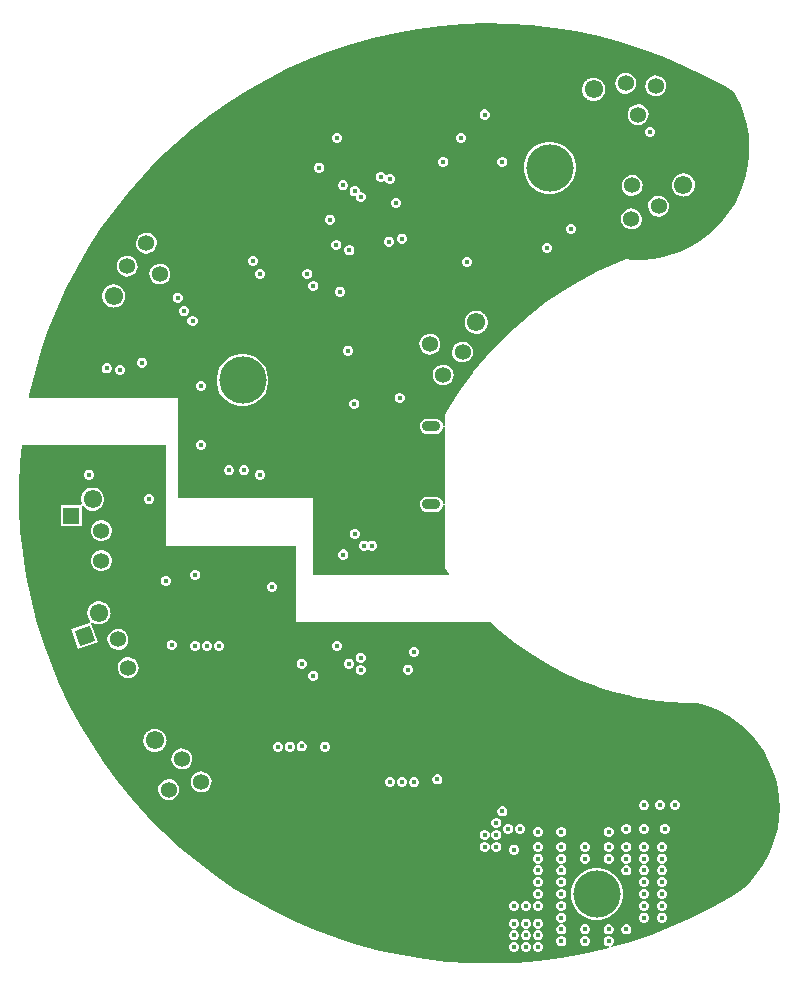
<source format=gbr>
%TF.GenerationSoftware,Altium Limited,Altium Designer,22.9.1 (49)*%
G04 Layer_Physical_Order=3*
G04 Layer_Color=16440176*
%FSLAX45Y45*%
%MOMM*%
%TF.SameCoordinates,A07B7C20-9008-4073-B72B-9E11D2315A39*%
%TF.FilePolarity,Positive*%
%TF.FileFunction,Copper,L3,Inr,Signal*%
%TF.Part,Single*%
G01*
G75*
%TA.AperFunction,ComponentPad*%
G04:AMPARAMS|DCode=49|XSize=0.9mm|YSize=1.6mm|CornerRadius=0.45mm|HoleSize=0mm|Usage=FLASHONLY|Rotation=90.000|XOffset=0mm|YOffset=0mm|HoleType=Round|Shape=RoundedRectangle|*
%AMROUNDEDRECTD49*
21,1,0.90000,0.70000,0,0,90.0*
21,1,0.00000,1.60000,0,0,90.0*
1,1,0.90000,0.35000,0.00000*
1,1,0.90000,0.35000,0.00000*
1,1,0.90000,-0.35000,0.00000*
1,1,0.90000,-0.35000,0.00000*
%
%ADD49ROUNDEDRECTD49*%
%ADD50P,1.92050X4X275.0*%
%ADD51C,1.35800*%
%ADD52C,1.55000*%
%ADD53P,1.92050X4X355.0*%
%ADD54P,1.92050X4X400.0*%
%ADD55P,1.92050X4X335.0*%
%ADD56P,1.92050X4X250.0*%
%ADD57R,1.35800X1.35800*%
%ADD58C,4.00000*%
%TA.AperFunction,ViaPad*%
%ADD59C,0.45000*%
G36*
X13653273Y14820036D02*
X13845305Y14807401D01*
X14036491Y14785500D01*
X14226407Y14754382D01*
X14414597Y14714125D01*
X14600607Y14664822D01*
X14784032Y14606583D01*
X14964424Y14539548D01*
X15141367Y14463872D01*
X15314439Y14379736D01*
X15483249Y14287332D01*
X15561037Y14239726D01*
X15580663Y14206882D01*
X15618050Y14128801D01*
X15648103Y14047617D01*
X15670569Y13964009D01*
X15685255Y13878696D01*
X15692039Y13792392D01*
X15690862Y13705827D01*
X15681735Y13619740D01*
X15664734Y13534856D01*
X15640005Y13451891D01*
X15607755Y13371552D01*
X15568259Y13294518D01*
X15521851Y13221439D01*
X15468922Y13152934D01*
X15409920Y13089581D01*
X15345346Y13031921D01*
X15275748Y12980441D01*
X15201711Y12935571D01*
X15123866Y12897699D01*
X15042867Y12867140D01*
X14959404Y12844154D01*
X14874181Y12828937D01*
X14787924Y12821616D01*
X14701353Y12822253D01*
X14658282Y12826549D01*
X14657413Y12826463D01*
X14656558Y12826646D01*
X14653477Y12826082D01*
X14650365Y12825780D01*
X14649593Y12825368D01*
X14648732Y12825211D01*
X14569417Y12793708D01*
X14569041Y12793465D01*
X14568605Y12793365D01*
X14412862Y12723570D01*
X14412376Y12723225D01*
X14411804Y12723059D01*
X14260342Y12644404D01*
X14259877Y12644032D01*
X14259315Y12643833D01*
X14112639Y12556579D01*
X14112196Y12556181D01*
X14111646Y12555949D01*
X13970242Y12460388D01*
X13969823Y12459964D01*
X13969289Y12459702D01*
X13833626Y12356150D01*
X13833232Y12355702D01*
X13832712Y12355410D01*
X13703246Y12244211D01*
X13702876Y12243742D01*
X13702374Y12243420D01*
X13579532Y12124944D01*
X13579192Y12124455D01*
X13578709Y12124104D01*
X13462898Y11998746D01*
X13462585Y11998237D01*
X13462125Y11997859D01*
X13353731Y11866034D01*
X13353448Y11865509D01*
X13353011Y11865105D01*
X13252394Y11727253D01*
X13252142Y11726712D01*
X13251727Y11726283D01*
X13159224Y11582861D01*
X13159059Y11582444D01*
X13158762Y11582110D01*
X13115649Y11508459D01*
X13115190Y11507131D01*
X13114407Y11505961D01*
X13113899Y11503404D01*
X13113046Y11500940D01*
X13113130Y11499537D01*
X13112856Y11498158D01*
Y11413906D01*
X13100156Y11413074D01*
X13099368Y11419050D01*
X13098328Y11426969D01*
X13091777Y11442780D01*
X13081358Y11456358D01*
X13067780Y11466777D01*
X13051968Y11473327D01*
X13035001Y11475561D01*
X12964999D01*
X12948032Y11473327D01*
X12932219Y11466777D01*
X12918642Y11456358D01*
X12908223Y11442780D01*
X12901672Y11426969D01*
X12899438Y11410000D01*
X12901672Y11393032D01*
X12908223Y11377220D01*
X12918642Y11363642D01*
X12932219Y11353223D01*
X12948032Y11346673D01*
X12964999Y11344439D01*
X13035001D01*
X13051968Y11346673D01*
X13067780Y11353223D01*
X13081358Y11363642D01*
X13091777Y11377220D01*
X13098328Y11393032D01*
X13100156Y11406926D01*
X13112856Y11406094D01*
X13112856Y10753905D01*
X13100156Y10753073D01*
X13099368Y10759051D01*
X13098328Y10766968D01*
X13091777Y10782780D01*
X13081358Y10796358D01*
X13067780Y10806777D01*
X13051968Y10813327D01*
X13035001Y10815561D01*
X12964999D01*
X12948032Y10813327D01*
X12932219Y10806777D01*
X12918642Y10796358D01*
X12908223Y10782780D01*
X12901672Y10766968D01*
X12899438Y10750000D01*
X12901672Y10733031D01*
X12908223Y10717220D01*
X12918642Y10703642D01*
X12932219Y10693223D01*
X12948032Y10686673D01*
X12964999Y10684439D01*
X13035001D01*
X13051968Y10686673D01*
X13067780Y10693223D01*
X13081358Y10703642D01*
X13091777Y10717220D01*
X13098328Y10733031D01*
X13100156Y10746927D01*
X13112856Y10746095D01*
Y10221686D01*
X13113257Y10219672D01*
X13113266Y10217618D01*
X13114026Y10215808D01*
X13114407Y10213883D01*
X13115550Y10212175D01*
X13116344Y10210281D01*
X13149451Y10161214D01*
X13143489Y10150000D01*
X12000000D01*
Y10800000D01*
X10850000D01*
Y11650000D01*
X9600410D01*
X9592303Y11659776D01*
X9594876Y11673446D01*
X9639574Y11860625D01*
X9693268Y12045430D01*
X9755828Y12227418D01*
X9827112Y12406172D01*
X9906951Y12581272D01*
X9995161Y12752313D01*
X10091532Y12918886D01*
X10195841Y13080608D01*
X10307845Y13237100D01*
X10427278Y13387994D01*
X10553868Y13532944D01*
X10687315Y13671605D01*
X10827307Y13803653D01*
X10973514Y13928781D01*
X11125602Y14046700D01*
X11283208Y14157126D01*
X11445969Y14259808D01*
X11613503Y14354507D01*
X11785415Y14440996D01*
X11961303Y14519073D01*
X12140766Y14588562D01*
X12323373Y14649295D01*
X12508709Y14701134D01*
X12696328Y14743953D01*
X12885796Y14777655D01*
X13076671Y14802161D01*
X13268509Y14817413D01*
X13460857Y14823376D01*
X13653273Y14820036D01*
D02*
G37*
G36*
X10750000Y10400000D02*
X11850000D01*
Y9750000D01*
X13503586D01*
X13581845Y9678198D01*
X13582397Y9677861D01*
X13582812Y9677364D01*
X13704552Y9578964D01*
X13705124Y9578663D01*
X13705569Y9578193D01*
X13833228Y9487604D01*
X13833818Y9487340D01*
X13834291Y9486898D01*
X13967369Y9404477D01*
X13967975Y9404250D01*
X13968475Y9403839D01*
X14106450Y9329907D01*
X14107069Y9329718D01*
X14107594Y9329339D01*
X14249925Y9264188D01*
X14250555Y9264038D01*
X14251102Y9263693D01*
X14397232Y9207576D01*
X14397870Y9207466D01*
X14398438Y9207156D01*
X14547794Y9160295D01*
X14548436Y9160225D01*
X14549022Y9159951D01*
X14701018Y9122528D01*
X14701665Y9122499D01*
X14702266Y9122262D01*
X14856306Y9094425D01*
X14856952Y9094437D01*
X14857568Y9094238D01*
X15013048Y9076096D01*
X15013693Y9076147D01*
X15014320Y9075987D01*
X15170630Y9067612D01*
X15171111Y9067681D01*
X15171587Y9067583D01*
X15247559Y9067084D01*
X15286374Y9057915D01*
X15366347Y9031003D01*
X15443489Y8996807D01*
X15517137Y8955622D01*
X15586659Y8907801D01*
X15651459Y8853755D01*
X15710982Y8793945D01*
X15764716Y8728886D01*
X15812202Y8659134D01*
X15853032Y8585289D01*
X15886855Y8507984D01*
X15913382Y8427883D01*
X15932385Y8345669D01*
X15943703Y8262049D01*
X15947237Y8177741D01*
X15942955Y8093467D01*
X15930898Y8009954D01*
X15911163Y7927913D01*
X15883926Y7848047D01*
X15849419Y7771046D01*
X15807935Y7697566D01*
X15759831Y7628239D01*
X15705522Y7563659D01*
X15645470Y7504379D01*
X15613802Y7478439D01*
X15533531Y7427682D01*
X15366095Y7332813D01*
X15194272Y7246149D01*
X15018459Y7167888D01*
X14839069Y7098216D01*
X14656523Y7037295D01*
X14523164Y6999847D01*
X14519003Y7011870D01*
X14524074Y7013970D01*
X14536031Y7025926D01*
X14542500Y7041546D01*
Y7058454D01*
X14536031Y7074074D01*
X14524074Y7086030D01*
X14508453Y7092500D01*
X14491547D01*
X14475926Y7086030D01*
X14463969Y7074074D01*
X14457500Y7058454D01*
Y7041546D01*
X14463969Y7025926D01*
X14475926Y7013970D01*
X14491547Y7007500D01*
X14503442D01*
X14505191Y6994800D01*
X14471248Y6985269D01*
X14283673Y6942257D01*
X14094237Y6908360D01*
X13903386Y6883658D01*
X13711563Y6868209D01*
X13519215Y6862049D01*
X13326801Y6865191D01*
X13134763Y6877630D01*
X12943542Y6899335D01*
X12753600Y6930256D01*
X12565372Y6970321D01*
X12379302Y7019435D01*
X12195828Y7077483D01*
X12015364Y7144335D01*
X11838345Y7219827D01*
X11665184Y7303787D01*
X11496282Y7396017D01*
X11332032Y7496303D01*
X11172824Y7604409D01*
X11019026Y7720084D01*
X10870998Y7843056D01*
X10729089Y7973035D01*
X10593622Y8109726D01*
X10464920Y8252805D01*
X10343288Y8401931D01*
X10229003Y8556763D01*
X10122333Y8716941D01*
X10023532Y8882082D01*
X9932824Y9051811D01*
X9850425Y9225723D01*
X9776530Y9403409D01*
X9711307Y9584466D01*
X9654912Y9768457D01*
X9607473Y9954968D01*
X9569104Y10143544D01*
X9539894Y10333759D01*
X9519911Y10525160D01*
X9509202Y10717309D01*
X9507791Y10909749D01*
X9515682Y11102023D01*
X9528942Y11250000D01*
X10750000D01*
Y10400000D01*
D02*
G37*
%LPC*%
G36*
X14641754Y14402676D02*
X14618961Y14398659D01*
X14597984Y14388876D01*
X14580255Y14373999D01*
X14566980Y14355040D01*
X14559064Y14333292D01*
X14557047Y14310236D01*
X14561066Y14287442D01*
X14570847Y14266466D01*
X14585724Y14248737D01*
X14604683Y14235461D01*
X14626431Y14227547D01*
X14649487Y14225528D01*
X14672281Y14229547D01*
X14693257Y14239330D01*
X14710986Y14254205D01*
X14724261Y14273164D01*
X14732178Y14294913D01*
X14734195Y14317970D01*
X14730176Y14340762D01*
X14720393Y14361739D01*
X14705518Y14379468D01*
X14686559Y14392743D01*
X14664810Y14400659D01*
X14641754Y14402676D01*
D02*
G37*
G36*
X14894788Y14380539D02*
X14871994Y14376520D01*
X14851018Y14366739D01*
X14833289Y14351862D01*
X14820013Y14332903D01*
X14812097Y14311154D01*
X14810080Y14288098D01*
X14814099Y14265305D01*
X14823880Y14244328D01*
X14838757Y14226599D01*
X14857716Y14213324D01*
X14879465Y14205408D01*
X14902521Y14203391D01*
X14925314Y14207410D01*
X14946291Y14217191D01*
X14964020Y14232068D01*
X14977295Y14251027D01*
X14985211Y14272775D01*
X14987228Y14295831D01*
X14983209Y14318625D01*
X14973428Y14339601D01*
X14958551Y14357330D01*
X14939592Y14370605D01*
X14917844Y14378522D01*
X14894788Y14380539D01*
D02*
G37*
G36*
X14368898Y14361902D02*
X14364658Y14361154D01*
X14360352D01*
X14352063Y14358934D01*
X14343616Y14357443D01*
X14339713Y14355624D01*
X14335553Y14354510D01*
X14328123Y14350220D01*
X14320349Y14346594D01*
X14317050Y14343826D01*
X14313321Y14341673D01*
X14307254Y14335606D01*
X14300682Y14330093D01*
X14298212Y14326566D01*
X14295168Y14323521D01*
X14290878Y14316092D01*
X14285957Y14309064D01*
X14284485Y14305017D01*
X14282332Y14301288D01*
X14280112Y14293002D01*
X14277177Y14284940D01*
X14276802Y14280649D01*
X14275687Y14276491D01*
Y14267912D01*
X14274939Y14259364D01*
X14275687Y14255124D01*
Y14250818D01*
X14277908Y14242531D01*
X14279398Y14234084D01*
X14281216Y14230180D01*
X14282332Y14226021D01*
X14286621Y14218591D01*
X14290247Y14210815D01*
X14293015Y14207516D01*
X14295168Y14203789D01*
X14301234Y14197720D01*
X14306749Y14191150D01*
X14310275Y14188680D01*
X14313321Y14185635D01*
X14320750Y14181346D01*
X14327779Y14176425D01*
X14331825Y14174953D01*
X14335553Y14172800D01*
X14343839Y14170580D01*
X14351901Y14167644D01*
X14356192Y14167268D01*
X14360352Y14166154D01*
X14368930D01*
X14377477Y14165407D01*
X14381717Y14166154D01*
X14386023D01*
X14394312Y14168375D01*
X14402759Y14169865D01*
X14406662Y14171684D01*
X14410822Y14172800D01*
X14418251Y14177089D01*
X14426025Y14180714D01*
X14429324Y14183482D01*
X14433054Y14185635D01*
X14439120Y14191702D01*
X14445692Y14197215D01*
X14448161Y14200745D01*
X14451207Y14203789D01*
X14455496Y14211217D01*
X14460417Y14218245D01*
X14461890Y14222292D01*
X14464043Y14226021D01*
X14466263Y14234306D01*
X14469197Y14242371D01*
X14469572Y14246660D01*
X14470686Y14250818D01*
Y14259396D01*
X14471436Y14267944D01*
X14470686Y14272185D01*
Y14276491D01*
X14468466Y14284778D01*
X14466977Y14293227D01*
X14465157Y14297128D01*
X14464043Y14301288D01*
X14459753Y14308717D01*
X14456126Y14316493D01*
X14453360Y14319792D01*
X14451207Y14323521D01*
X14445140Y14329588D01*
X14439626Y14336159D01*
X14436098Y14338629D01*
X14433054Y14341673D01*
X14425624Y14345963D01*
X14418596Y14350883D01*
X14414549Y14352357D01*
X14410822Y14354510D01*
X14402534Y14356731D01*
X14394472Y14359665D01*
X14390182Y14360040D01*
X14386023Y14361154D01*
X14377444D01*
X14368898Y14361902D01*
D02*
G37*
G36*
X13458453Y14092500D02*
X13441547D01*
X13425926Y14086031D01*
X13413969Y14074074D01*
X13407500Y14058453D01*
Y14041547D01*
X13413969Y14025926D01*
X13425926Y14013969D01*
X13441547Y14007500D01*
X13458453D01*
X13474074Y14013969D01*
X13486031Y14025926D01*
X13492500Y14041547D01*
Y14058453D01*
X13486031Y14074074D01*
X13474074Y14086031D01*
X13458453Y14092500D01*
D02*
G37*
G36*
X14746133Y14138574D02*
X14723340Y14134555D01*
X14702364Y14124774D01*
X14684634Y14109897D01*
X14671359Y14090938D01*
X14663443Y14069189D01*
X14661426Y14046133D01*
X14665445Y14023340D01*
X14675226Y14002364D01*
X14690103Y13984634D01*
X14709062Y13971359D01*
X14730811Y13963443D01*
X14753867Y13961426D01*
X14776660Y13965445D01*
X14797636Y13975226D01*
X14815366Y13990103D01*
X14828641Y14009062D01*
X14836557Y14030811D01*
X14838574Y14053867D01*
X14834555Y14076660D01*
X14824774Y14097636D01*
X14809897Y14115366D01*
X14790938Y14128641D01*
X14769189Y14136557D01*
X14746133Y14138574D01*
D02*
G37*
G36*
X14858453Y13942500D02*
X14841547D01*
X14825926Y13936031D01*
X14813969Y13924074D01*
X14807500Y13908453D01*
Y13891547D01*
X14813969Y13875926D01*
X14825926Y13863969D01*
X14841547Y13857500D01*
X14858453D01*
X14874074Y13863969D01*
X14886031Y13875926D01*
X14892500Y13891547D01*
Y13908453D01*
X14886031Y13924074D01*
X14874074Y13936031D01*
X14858453Y13942500D01*
D02*
G37*
G36*
X13258453Y13892500D02*
X13241547D01*
X13225926Y13886031D01*
X13213969Y13874074D01*
X13207500Y13858453D01*
Y13841547D01*
X13213969Y13825926D01*
X13225926Y13813969D01*
X13241547Y13807500D01*
X13258453D01*
X13274074Y13813969D01*
X13286031Y13825926D01*
X13292500Y13841547D01*
Y13858453D01*
X13286031Y13874074D01*
X13274074Y13886031D01*
X13258453Y13892500D01*
D02*
G37*
G36*
X12208454D02*
X12191547D01*
X12175926Y13886031D01*
X12163971Y13874074D01*
X12157500Y13858453D01*
Y13841547D01*
X12163971Y13825926D01*
X12175926Y13813969D01*
X12191547Y13807500D01*
X12208454D01*
X12224074Y13813969D01*
X12236030Y13825926D01*
X12242500Y13841547D01*
Y13858453D01*
X12236030Y13874074D01*
X12224074Y13886031D01*
X12208454Y13892500D01*
D02*
G37*
G36*
X13608453Y13692500D02*
X13591547D01*
X13575926Y13686031D01*
X13563969Y13674074D01*
X13557500Y13658453D01*
Y13641547D01*
X13563969Y13625926D01*
X13575926Y13613969D01*
X13591547Y13607500D01*
X13608453D01*
X13624074Y13613969D01*
X13636031Y13625926D01*
X13642500Y13641547D01*
Y13658453D01*
X13636031Y13674074D01*
X13624074Y13686031D01*
X13608453Y13692500D01*
D02*
G37*
G36*
X13108453D02*
X13091547D01*
X13075926Y13686031D01*
X13063969Y13674074D01*
X13057500Y13658453D01*
Y13641547D01*
X13063969Y13625926D01*
X13075926Y13613969D01*
X13091547Y13607500D01*
X13108453D01*
X13124074Y13613969D01*
X13136031Y13625926D01*
X13142500Y13641547D01*
Y13658453D01*
X13136031Y13674074D01*
X13124074Y13686031D01*
X13108453Y13692500D01*
D02*
G37*
G36*
X12058454Y13642500D02*
X12041546D01*
X12025926Y13636031D01*
X12013970Y13624074D01*
X12007500Y13608453D01*
Y13591547D01*
X12013970Y13575926D01*
X12025926Y13563969D01*
X12041546Y13557500D01*
X12058454D01*
X12074074Y13563969D01*
X12086030Y13575926D01*
X12092500Y13591547D01*
Y13608453D01*
X12086030Y13624074D01*
X12074074Y13636031D01*
X12058454Y13642500D01*
D02*
G37*
G36*
X12578454Y13562500D02*
X12561546D01*
X12545926Y13556030D01*
X12533970Y13544073D01*
X12527500Y13528455D01*
Y13511546D01*
X12533970Y13495926D01*
X12545926Y13483971D01*
X12561546Y13477499D01*
X12578454D01*
X12594074Y13483971D01*
X12596089Y13485985D01*
X12608546Y13483508D01*
X12610071Y13479825D01*
X12622027Y13467870D01*
X12637647Y13461398D01*
X12654554D01*
X12670175Y13467870D01*
X12682130Y13479825D01*
X12688600Y13495445D01*
Y13512354D01*
X12682130Y13527972D01*
X12670175Y13539929D01*
X12654554Y13546399D01*
X12637647D01*
X12622027Y13539929D01*
X12620011Y13537914D01*
X12607555Y13540392D01*
X12606030Y13544073D01*
X12594074Y13556030D01*
X12578454Y13562500D01*
D02*
G37*
G36*
X12258454Y13492500D02*
X12241546D01*
X12225926Y13486031D01*
X12213970Y13474074D01*
X12207500Y13458453D01*
Y13441547D01*
X12213970Y13425926D01*
X12225926Y13413969D01*
X12241546Y13407500D01*
X12258454D01*
X12274074Y13413969D01*
X12286030Y13425926D01*
X12292500Y13441547D01*
Y13458453D01*
X12286030Y13474074D01*
X12274074Y13486031D01*
X12258454Y13492500D01*
D02*
G37*
G36*
X14021667Y13820000D02*
X13978333D01*
X13935828Y13811545D01*
X13895792Y13794962D01*
X13859758Y13770885D01*
X13829115Y13740242D01*
X13805038Y13704208D01*
X13788455Y13664172D01*
X13780000Y13621667D01*
Y13578333D01*
X13788455Y13535828D01*
X13805038Y13495792D01*
X13829115Y13459758D01*
X13859758Y13429115D01*
X13895792Y13405038D01*
X13935828Y13388455D01*
X13978333Y13380000D01*
X14021667D01*
X14064172Y13388455D01*
X14104208Y13405038D01*
X14140242Y13429115D01*
X14170885Y13459758D01*
X14194962Y13495792D01*
X14211545Y13535828D01*
X14220000Y13578333D01*
Y13621667D01*
X14211545Y13664172D01*
X14194962Y13704208D01*
X14170885Y13740242D01*
X14140242Y13770885D01*
X14104208Y13794962D01*
X14064172Y13811545D01*
X14021667Y13820000D01*
D02*
G37*
G36*
X14696133Y13538574D02*
X14673340Y13534555D01*
X14652364Y13524774D01*
X14634634Y13509897D01*
X14621359Y13490938D01*
X14613443Y13469189D01*
X14611426Y13446133D01*
X14615445Y13423340D01*
X14625226Y13402364D01*
X14640103Y13384634D01*
X14659062Y13371359D01*
X14680811Y13363443D01*
X14703867Y13361426D01*
X14726660Y13365445D01*
X14747636Y13375226D01*
X14765366Y13390105D01*
X14778641Y13409062D01*
X14786557Y13430811D01*
X14788574Y13453867D01*
X14784555Y13476660D01*
X14774774Y13497636D01*
X14759897Y13515366D01*
X14740938Y13528641D01*
X14719189Y13536557D01*
X14696133Y13538574D01*
D02*
G37*
G36*
X15128867Y13551624D02*
X15124628Y13550876D01*
X15120320D01*
X15112033Y13548656D01*
X15103584Y13547166D01*
X15099683Y13545346D01*
X15095523Y13544232D01*
X15088094Y13539943D01*
X15080318Y13536317D01*
X15077019Y13533548D01*
X15073289Y13531396D01*
X15067224Y13525330D01*
X15060652Y13519815D01*
X15058182Y13516287D01*
X15055138Y13513243D01*
X15050848Y13505814D01*
X15045927Y13498785D01*
X15044453Y13494739D01*
X15042300Y13491010D01*
X15040080Y13482726D01*
X15037146Y13474661D01*
X15036771Y13470372D01*
X15035657Y13466212D01*
Y13457632D01*
X15034909Y13449088D01*
X15035657Y13444847D01*
Y13440540D01*
X15037877Y13432253D01*
X15039368Y13423805D01*
X15041187Y13419902D01*
X15042300Y13415742D01*
X15046590Y13408315D01*
X15050217Y13400539D01*
X15052985Y13397240D01*
X15055138Y13393510D01*
X15061203Y13387444D01*
X15066718Y13380872D01*
X15070245Y13378403D01*
X15073289Y13375357D01*
X15080719Y13371068D01*
X15087747Y13366147D01*
X15091794Y13364674D01*
X15095523Y13362521D01*
X15103809Y13360301D01*
X15111871Y13357365D01*
X15116161Y13356992D01*
X15120320Y13355878D01*
X15128902D01*
X15137447Y13355128D01*
X15141685Y13355878D01*
X15145993D01*
X15154280Y13358096D01*
X15162727Y13359587D01*
X15166631Y13361407D01*
X15170790Y13362521D01*
X15178220Y13366811D01*
X15185995Y13370436D01*
X15189294Y13373204D01*
X15193024Y13375357D01*
X15199089Y13381422D01*
X15205661Y13386938D01*
X15208131Y13390465D01*
X15211176Y13393510D01*
X15215465Y13400938D01*
X15220386Y13407967D01*
X15221860Y13412013D01*
X15224013Y13415742D01*
X15226231Y13424028D01*
X15229167Y13432091D01*
X15229543Y13436382D01*
X15230656Y13440540D01*
Y13449121D01*
X15231404Y13457666D01*
X15230656Y13461906D01*
Y13466212D01*
X15228436Y13474500D01*
X15226945Y13482948D01*
X15225127Y13486852D01*
X15224013Y13491010D01*
X15219724Y13498439D01*
X15216096Y13506215D01*
X15213329Y13509514D01*
X15211176Y13513243D01*
X15205110Y13519308D01*
X15199596Y13525880D01*
X15196066Y13528351D01*
X15193024Y13531396D01*
X15185593Y13535686D01*
X15178566Y13540607D01*
X15174519Y13542079D01*
X15170790Y13544232D01*
X15162505Y13546452D01*
X15154440Y13549387D01*
X15150153Y13549762D01*
X15145993Y13550876D01*
X15137411D01*
X15128867Y13551624D01*
D02*
G37*
G36*
X12358454Y13442500D02*
X12341546D01*
X12325926Y13436031D01*
X12313970Y13424074D01*
X12307500Y13408453D01*
Y13391547D01*
X12313970Y13375926D01*
X12325926Y13363969D01*
X12341546Y13357500D01*
X12357500D01*
Y13341547D01*
X12363970Y13325926D01*
X12375926Y13313969D01*
X12391546Y13307500D01*
X12408454D01*
X12424074Y13313969D01*
X12436030Y13325926D01*
X12442500Y13341547D01*
Y13358453D01*
X12436030Y13374074D01*
X12424074Y13386031D01*
X12408454Y13392500D01*
X12392500D01*
Y13408453D01*
X12386030Y13424074D01*
X12374074Y13436031D01*
X12358454Y13442500D01*
D02*
G37*
G36*
X12708454Y13342500D02*
X12691546D01*
X12675926Y13336031D01*
X12663970Y13324074D01*
X12657500Y13308453D01*
Y13291547D01*
X12663970Y13275926D01*
X12675926Y13263969D01*
X12691546Y13257500D01*
X12708454D01*
X12724074Y13263969D01*
X12736030Y13275926D01*
X12742500Y13291547D01*
Y13308453D01*
X12736030Y13324074D01*
X12724074Y13336031D01*
X12708454Y13342500D01*
D02*
G37*
G36*
X14918579Y13362044D02*
X14895786Y13358026D01*
X14874809Y13348244D01*
X14857080Y13333366D01*
X14843805Y13314407D01*
X14835889Y13292661D01*
X14833871Y13269603D01*
X14837891Y13246809D01*
X14847672Y13225835D01*
X14862549Y13208105D01*
X14881508Y13194829D01*
X14903256Y13186914D01*
X14926312Y13184897D01*
X14949106Y13188914D01*
X14970082Y13198697D01*
X14987811Y13213574D01*
X15001086Y13232533D01*
X15009003Y13254282D01*
X15011020Y13277338D01*
X15007001Y13300131D01*
X14997220Y13321107D01*
X14982343Y13338837D01*
X14963383Y13352112D01*
X14941635Y13360027D01*
X14918579Y13362044D01*
D02*
G37*
G36*
X12148454Y13202499D02*
X12131546D01*
X12115926Y13196030D01*
X12103970Y13184074D01*
X12097500Y13168454D01*
Y13151546D01*
X12103970Y13135925D01*
X12115926Y13123970D01*
X12131546Y13117500D01*
X12148454D01*
X12164074Y13123970D01*
X12176030Y13135925D01*
X12182500Y13151546D01*
Y13168454D01*
X12176030Y13184074D01*
X12164074Y13196030D01*
X12148454Y13202499D01*
D02*
G37*
G36*
X14688377Y13254700D02*
X14665584Y13250681D01*
X14644608Y13240900D01*
X14626878Y13226022D01*
X14613603Y13207063D01*
X14605687Y13185315D01*
X14603670Y13162257D01*
X14607689Y13139465D01*
X14617470Y13118489D01*
X14632347Y13100760D01*
X14651306Y13087485D01*
X14673055Y13079568D01*
X14696111Y13077551D01*
X14718904Y13081570D01*
X14739880Y13091351D01*
X14757610Y13106229D01*
X14770885Y13125188D01*
X14778801Y13146936D01*
X14780818Y13169994D01*
X14776799Y13192786D01*
X14767018Y13213762D01*
X14752141Y13231491D01*
X14733182Y13244768D01*
X14711433Y13252682D01*
X14688377Y13254700D01*
D02*
G37*
G36*
X14188454Y13122501D02*
X14171545D01*
X14155927Y13116029D01*
X14143970Y13104074D01*
X14137500Y13088454D01*
Y13071545D01*
X14143970Y13055927D01*
X14155927Y13043970D01*
X14171545Y13037500D01*
X14188454D01*
X14204074Y13043970D01*
X14216029Y13055927D01*
X14222501Y13071545D01*
Y13088454D01*
X14216029Y13104074D01*
X14204074Y13116029D01*
X14188454Y13122501D01*
D02*
G37*
G36*
X12758454Y13042500D02*
X12741546D01*
X12725926Y13036031D01*
X12713970Y13024074D01*
X12707500Y13008453D01*
Y12991547D01*
X12713970Y12975926D01*
X12725926Y12963969D01*
X12741546Y12957500D01*
X12758454D01*
X12774074Y12963969D01*
X12786030Y12975926D01*
X12792500Y12991547D01*
Y13008453D01*
X12786030Y13024074D01*
X12774074Y13036031D01*
X12758454Y13042500D01*
D02*
G37*
G36*
X12650754Y13016400D02*
X12633846D01*
X12618226Y13009930D01*
X12606270Y12997974D01*
X12599800Y12982355D01*
Y12965446D01*
X12606270Y12949826D01*
X12618226Y12937869D01*
X12633846Y12931400D01*
X12650754D01*
X12666374Y12937869D01*
X12678330Y12949826D01*
X12684800Y12965446D01*
Y12982355D01*
X12678330Y12997974D01*
X12666374Y13009930D01*
X12650754Y13016400D01*
D02*
G37*
G36*
X12203253Y12987300D02*
X12186346D01*
X12170726Y12980830D01*
X12158770Y12968874D01*
X12152300Y12953253D01*
Y12936346D01*
X12158770Y12920726D01*
X12170726Y12908771D01*
X12186346Y12902299D01*
X12203253D01*
X12218874Y12908771D01*
X12230829Y12920726D01*
X12237300Y12936346D01*
Y12953253D01*
X12230829Y12968874D01*
X12218874Y12980830D01*
X12203253Y12987300D01*
D02*
G37*
G36*
X13988454Y12962500D02*
X13971545D01*
X13955927Y12956030D01*
X13943970Y12944073D01*
X13937500Y12928455D01*
Y12911546D01*
X13943970Y12895926D01*
X13955927Y12883971D01*
X13971545Y12877499D01*
X13988454D01*
X14004074Y12883971D01*
X14016029Y12895926D01*
X14022501Y12911546D01*
Y12928455D01*
X14016029Y12944073D01*
X14004074Y12956030D01*
X13988454Y12962500D01*
D02*
G37*
G36*
X10590926Y13049130D02*
X10567869Y13047112D01*
X10546121Y13039195D01*
X10527162Y13025922D01*
X10512285Y13008192D01*
X10502504Y12987216D01*
X10498484Y12964423D01*
X10500502Y12941367D01*
X10508418Y12919618D01*
X10521693Y12900659D01*
X10539422Y12885782D01*
X10560398Y12875999D01*
X10583191Y12871980D01*
X10606248Y12873999D01*
X10627997Y12881915D01*
X10646955Y12895190D01*
X10661832Y12912920D01*
X10671614Y12933894D01*
X10675633Y12956688D01*
X10673615Y12979745D01*
X10665700Y13001492D01*
X10652424Y13020451D01*
X10634695Y13035329D01*
X10613719Y13045111D01*
X10590926Y13049130D01*
D02*
G37*
G36*
X12313654Y12942500D02*
X12296746D01*
X12281126Y12936031D01*
X12269170Y12924074D01*
X12262700Y12908453D01*
Y12891547D01*
X12269170Y12875926D01*
X12281126Y12863969D01*
X12296746Y12857500D01*
X12313654D01*
X12329274Y12863969D01*
X12341230Y12875926D01*
X12347700Y12891547D01*
Y12908453D01*
X12341230Y12924074D01*
X12329274Y12936031D01*
X12313654Y12942500D01*
D02*
G37*
G36*
X11496761Y12854192D02*
X11479854D01*
X11464234Y12847722D01*
X11452278Y12835767D01*
X11445808Y12820146D01*
Y12803239D01*
X11452278Y12787618D01*
X11464234Y12775663D01*
X11479854Y12769193D01*
X11496761D01*
X11512382Y12775663D01*
X11524337Y12787618D01*
X11530808Y12803239D01*
Y12820146D01*
X11524337Y12835767D01*
X11512382Y12847722D01*
X11496761Y12854192D01*
D02*
G37*
G36*
X13308453Y12842500D02*
X13291547D01*
X13275926Y12836031D01*
X13263969Y12824074D01*
X13257500Y12808453D01*
Y12791546D01*
X13263969Y12775926D01*
X13275926Y12763970D01*
X13291547Y12757500D01*
X13308453D01*
X13324074Y12763970D01*
X13336031Y12775926D01*
X13342500Y12791546D01*
Y12808453D01*
X13336031Y12824074D01*
X13324074Y12836031D01*
X13308453Y12842500D01*
D02*
G37*
G36*
X10427658Y12854555D02*
X10404601Y12852538D01*
X10382852Y12844621D01*
X10363894Y12831346D01*
X10349017Y12813615D01*
X10339235Y12792640D01*
X10335216Y12769847D01*
X10337234Y12746791D01*
X10345149Y12725042D01*
X10358425Y12706084D01*
X10376154Y12691207D01*
X10397130Y12681425D01*
X10419923Y12677406D01*
X10442980Y12679423D01*
X10464728Y12687339D01*
X10483687Y12700614D01*
X10498564Y12718344D01*
X10508346Y12739320D01*
X10512365Y12762113D01*
X10510347Y12785170D01*
X10502431Y12806918D01*
X10489156Y12825877D01*
X10471427Y12840755D01*
X10450451Y12850536D01*
X10427658Y12854555D01*
D02*
G37*
G36*
X11958454Y12742500D02*
X11941546D01*
X11925926Y12736030D01*
X11913970Y12724074D01*
X11907500Y12708454D01*
Y12691546D01*
X11913970Y12675926D01*
X11925926Y12663970D01*
X11941546Y12657500D01*
X11958454D01*
X11974074Y12663970D01*
X11986030Y12675926D01*
X11992500Y12691546D01*
Y12708454D01*
X11986030Y12724074D01*
X11974074Y12736030D01*
X11958454Y12742500D01*
D02*
G37*
G36*
X11558454D02*
X11541546D01*
X11525926Y12736030D01*
X11513970Y12724074D01*
X11507500Y12708454D01*
Y12691546D01*
X11513970Y12675926D01*
X11525926Y12663970D01*
X11541546Y12657500D01*
X11558454D01*
X11574074Y12663970D01*
X11586030Y12675926D01*
X11592500Y12691546D01*
Y12708454D01*
X11586030Y12724074D01*
X11574074Y12736030D01*
X11558454Y12742500D01*
D02*
G37*
G36*
X10703867Y12788574D02*
X10680811Y12786557D01*
X10659062Y12778641D01*
X10640103Y12765366D01*
X10625226Y12747636D01*
X10615445Y12726660D01*
X10611426Y12703867D01*
X10613443Y12680811D01*
X10621359Y12659062D01*
X10634634Y12640103D01*
X10652364Y12625226D01*
X10673340Y12615445D01*
X10696133Y12611426D01*
X10719189Y12613443D01*
X10740938Y12621359D01*
X10759897Y12634634D01*
X10774774Y12652364D01*
X10784555Y12673340D01*
X10788574Y12696133D01*
X10786557Y12719189D01*
X10778641Y12740938D01*
X10765366Y12759897D01*
X10747636Y12774774D01*
X10726660Y12784555D01*
X10703867Y12788574D01*
D02*
G37*
G36*
X12008454Y12642500D02*
X11991546D01*
X11975926Y12636030D01*
X11963970Y12624074D01*
X11957500Y12608454D01*
Y12591546D01*
X11963970Y12575926D01*
X11975926Y12563970D01*
X11991546Y12557500D01*
X12008454D01*
X12024074Y12563970D01*
X12036030Y12575926D01*
X12042500Y12591546D01*
Y12608454D01*
X12036030Y12624074D01*
X12024074Y12636030D01*
X12008454Y12642500D01*
D02*
G37*
G36*
X12233558Y12592500D02*
X12216650D01*
X12201030Y12586030D01*
X12189074Y12574074D01*
X12182604Y12558454D01*
Y12541546D01*
X12189074Y12525926D01*
X12201030Y12513970D01*
X12216650Y12507500D01*
X12233558D01*
X12249178Y12513970D01*
X12261134Y12525926D01*
X12267604Y12541546D01*
Y12558454D01*
X12261134Y12574074D01*
X12249178Y12586030D01*
X12233558Y12592500D01*
D02*
G37*
G36*
X10858454Y12542500D02*
X10841546D01*
X10825926Y12536030D01*
X10813970Y12524074D01*
X10807500Y12508454D01*
Y12491546D01*
X10813970Y12475926D01*
X10825926Y12463970D01*
X10841546Y12457500D01*
X10858454D01*
X10874074Y12463970D01*
X10886030Y12475926D01*
X10892500Y12491546D01*
Y12508454D01*
X10886030Y12524074D01*
X10874074Y12536030D01*
X10858454Y12542500D01*
D02*
G37*
G36*
X10313143Y12612128D02*
X10304596Y12611380D01*
X10296018D01*
X10291859Y12610266D01*
X10287569Y12609890D01*
X10279506Y12606955D01*
X10271220Y12604735D01*
X10267491Y12602582D01*
X10263445Y12601110D01*
X10256417Y12596189D01*
X10248987Y12591899D01*
X10245942Y12588854D01*
X10242415Y12586385D01*
X10236901Y12579813D01*
X10230834Y12573746D01*
X10228681Y12570017D01*
X10225914Y12566719D01*
X10222288Y12558943D01*
X10217998Y12551514D01*
X10216884Y12547355D01*
X10215064Y12543452D01*
X10213574Y12535002D01*
X10211354Y12526716D01*
Y12522410D01*
X10210606Y12518170D01*
X10211354Y12509622D01*
Y12501044D01*
X10212468Y12496885D01*
X10212843Y12492595D01*
X10215778Y12484532D01*
X10217998Y12476246D01*
X10220151Y12472518D01*
X10221624Y12468471D01*
X10226544Y12461444D01*
X10230834Y12454014D01*
X10233879Y12450969D01*
X10236349Y12447442D01*
X10242921Y12441927D01*
X10248987Y12435861D01*
X10252717Y12433707D01*
X10256015Y12430940D01*
X10263790Y12427314D01*
X10271220Y12423025D01*
X10275379Y12421910D01*
X10279282Y12420090D01*
X10287732Y12418600D01*
X10296018Y12416380D01*
X10300323D01*
X10304564Y12415632D01*
X10313111Y12416380D01*
X10321690D01*
X10325849Y12417494D01*
X10330139Y12417870D01*
X10338201Y12420804D01*
X10346487Y12423025D01*
X10350216Y12425178D01*
X10354263Y12426650D01*
X10361290Y12431571D01*
X10368720Y12435861D01*
X10371765Y12438906D01*
X10375292Y12441375D01*
X10380806Y12447947D01*
X10386873Y12454014D01*
X10389026Y12457743D01*
X10391794Y12461041D01*
X10395420Y12468817D01*
X10399709Y12476246D01*
X10400823Y12480405D01*
X10402643Y12484308D01*
X10404133Y12492758D01*
X10406354Y12501044D01*
Y12505350D01*
X10407101Y12509590D01*
X10406354Y12518138D01*
Y12526716D01*
X10405239Y12530875D01*
X10404864Y12535165D01*
X10401929Y12543228D01*
X10399709Y12551514D01*
X10397556Y12555242D01*
X10396083Y12559289D01*
X10391163Y12566316D01*
X10386873Y12573746D01*
X10383828Y12576791D01*
X10381358Y12580318D01*
X10374787Y12585833D01*
X10368720Y12591899D01*
X10364991Y12594053D01*
X10361692Y12596820D01*
X10353917Y12600446D01*
X10346487Y12604735D01*
X10342329Y12605850D01*
X10338425Y12607670D01*
X10329976Y12609160D01*
X10321690Y12611380D01*
X10317384D01*
X10313143Y12612128D01*
D02*
G37*
G36*
X10914438Y12426549D02*
X10897531D01*
X10881910Y12420079D01*
X10869955Y12408123D01*
X10863484Y12392503D01*
Y12375595D01*
X10869955Y12359975D01*
X10881910Y12348019D01*
X10897531Y12341549D01*
X10914438D01*
X10930058Y12348019D01*
X10942014Y12359975D01*
X10948484Y12375595D01*
Y12392503D01*
X10942014Y12408123D01*
X10930058Y12420079D01*
X10914438Y12426549D01*
D02*
G37*
G36*
X10985069Y12342500D02*
X10968162D01*
X10952541Y12336030D01*
X10940586Y12324074D01*
X10934116Y12308454D01*
Y12291546D01*
X10940586Y12275926D01*
X10952541Y12263970D01*
X10968162Y12257500D01*
X10985069D01*
X11000689Y12263970D01*
X11012645Y12275926D01*
X11019115Y12291546D01*
Y12308454D01*
X11012645Y12324074D01*
X11000689Y12336030D01*
X10985069Y12342500D01*
D02*
G37*
G36*
X13382169Y12389792D02*
X13373621Y12389044D01*
X13365042D01*
X13360884Y12387930D01*
X13356593Y12387555D01*
X13348531Y12384620D01*
X13340245Y12382400D01*
X13336516Y12380247D01*
X13332471Y12378774D01*
X13325443Y12373854D01*
X13318011Y12369564D01*
X13314967Y12366519D01*
X13311440Y12364049D01*
X13305927Y12357477D01*
X13299860Y12351411D01*
X13297707Y12347681D01*
X13294939Y12344383D01*
X13291313Y12336608D01*
X13287022Y12329178D01*
X13285909Y12325019D01*
X13284090Y12321116D01*
X13282599Y12312667D01*
X13280379Y12304381D01*
Y12300075D01*
X13279631Y12295834D01*
X13280379Y12287287D01*
Y12278708D01*
X13281493Y12274549D01*
X13281868Y12270259D01*
X13284802Y12262197D01*
X13287022Y12253911D01*
X13289175Y12250182D01*
X13290649Y12246136D01*
X13295569Y12239108D01*
X13299860Y12231678D01*
X13302904Y12228633D01*
X13305374Y12225106D01*
X13311945Y12219592D01*
X13318011Y12213525D01*
X13321741Y12211372D01*
X13325040Y12208604D01*
X13332816Y12204978D01*
X13340245Y12200689D01*
X13344405Y12199575D01*
X13348306Y12197755D01*
X13356757Y12196265D01*
X13365042Y12194044D01*
X13369348D01*
X13373589Y12193297D01*
X13382137Y12194044D01*
X13390715D01*
X13394873Y12195159D01*
X13399162Y12195534D01*
X13407227Y12198469D01*
X13415512Y12200689D01*
X13419241Y12202842D01*
X13423286Y12204315D01*
X13430315Y12209235D01*
X13437746Y12213525D01*
X13440790Y12216570D01*
X13444318Y12219040D01*
X13449831Y12225611D01*
X13455898Y12231678D01*
X13458051Y12235407D01*
X13460818Y12238706D01*
X13464444Y12246481D01*
X13468735Y12253911D01*
X13469849Y12258069D01*
X13471667Y12261973D01*
X13473158Y12270422D01*
X13475378Y12278708D01*
Y12283014D01*
X13476126Y12287255D01*
X13475378Y12295802D01*
Y12304381D01*
X13474265Y12308539D01*
X13473889Y12312829D01*
X13470953Y12320892D01*
X13468735Y12329178D01*
X13466582Y12332907D01*
X13465108Y12336953D01*
X13460188Y12343981D01*
X13455898Y12351411D01*
X13452853Y12354456D01*
X13450383Y12357983D01*
X13443813Y12363497D01*
X13437746Y12369564D01*
X13434016Y12371717D01*
X13430717Y12374485D01*
X13422942Y12378110D01*
X13415512Y12382400D01*
X13411353Y12383514D01*
X13407449Y12385334D01*
X13399001Y12386824D01*
X13390715Y12389044D01*
X13386409D01*
X13382169Y12389792D01*
D02*
G37*
G36*
X12990599Y12193999D02*
X12967543Y12191981D01*
X12945795Y12184066D01*
X12926836Y12170790D01*
X12911958Y12153061D01*
X12902177Y12132085D01*
X12898158Y12109292D01*
X12900175Y12086235D01*
X12908092Y12064487D01*
X12921365Y12045528D01*
X12939096Y12030651D01*
X12960072Y12020870D01*
X12982864Y12016850D01*
X13005920Y12018868D01*
X13027670Y12026784D01*
X13046629Y12040059D01*
X13061507Y12057788D01*
X13071288Y12078765D01*
X13075307Y12101557D01*
X13073289Y12124614D01*
X13065373Y12146363D01*
X13052098Y12165321D01*
X13034367Y12180198D01*
X13013393Y12189980D01*
X12990599Y12193999D01*
D02*
G37*
G36*
X12303254Y12092500D02*
X12286346D01*
X12270726Y12086030D01*
X12258770Y12074074D01*
X12252300Y12058454D01*
Y12041546D01*
X12258770Y12025926D01*
X12270726Y12013970D01*
X12286346Y12007500D01*
X12303254D01*
X12318874Y12013970D01*
X12330830Y12025926D01*
X12337300Y12041546D01*
Y12058454D01*
X12330830Y12074074D01*
X12318874Y12086030D01*
X12303254Y12092500D01*
D02*
G37*
G36*
X13266808Y12128018D02*
X13243752Y12126001D01*
X13222003Y12118085D01*
X13203044Y12104810D01*
X13188167Y12087080D01*
X13178386Y12066104D01*
X13174367Y12043311D01*
X13176384Y12020255D01*
X13184300Y11998506D01*
X13197575Y11979547D01*
X13215305Y11964670D01*
X13236281Y11954889D01*
X13259074Y11950870D01*
X13282130Y11952887D01*
X13303879Y11960803D01*
X13322838Y11974078D01*
X13337715Y11991808D01*
X13347496Y12012784D01*
X13351515Y12035577D01*
X13349498Y12058633D01*
X13341582Y12080382D01*
X13328307Y12099341D01*
X13310577Y12114218D01*
X13289601Y12123999D01*
X13266808Y12128018D01*
D02*
G37*
G36*
X10558454Y11992500D02*
X10541546D01*
X10525926Y11986030D01*
X10513970Y11974074D01*
X10507500Y11958454D01*
Y11941546D01*
X10513970Y11925926D01*
X10525926Y11913970D01*
X10541546Y11907500D01*
X10558454D01*
X10574074Y11913970D01*
X10586030Y11925926D01*
X10592500Y11941546D01*
Y11958454D01*
X10586030Y11974074D01*
X10574074Y11986030D01*
X10558454Y11992500D01*
D02*
G37*
G36*
X10258454Y11942500D02*
X10241546D01*
X10225926Y11936030D01*
X10213970Y11924074D01*
X10207500Y11908454D01*
Y11891546D01*
X10213970Y11875926D01*
X10225926Y11863970D01*
X10241546Y11857500D01*
X10258454D01*
X10274074Y11863970D01*
X10286030Y11875926D01*
X10292500Y11891546D01*
Y11908454D01*
X10286030Y11924074D01*
X10274074Y11936030D01*
X10258454Y11942500D01*
D02*
G37*
G36*
X10371954Y11929000D02*
X10355046D01*
X10339426Y11922530D01*
X10327470Y11910574D01*
X10321000Y11894954D01*
Y11878046D01*
X10327470Y11862426D01*
X10339426Y11850470D01*
X10355046Y11844000D01*
X10371954D01*
X10387574Y11850470D01*
X10399530Y11862426D01*
X10406000Y11878046D01*
Y11894954D01*
X10399530Y11910574D01*
X10387574Y11922530D01*
X10371954Y11929000D01*
D02*
G37*
G36*
X13103540Y11933443D02*
X13080484Y11931426D01*
X13058736Y11923510D01*
X13039777Y11910235D01*
X13024899Y11892505D01*
X13015118Y11871529D01*
X13011099Y11848736D01*
X13013116Y11825680D01*
X13021033Y11803931D01*
X13034306Y11784972D01*
X13052037Y11770095D01*
X13073013Y11760314D01*
X13095805Y11756295D01*
X13118863Y11758312D01*
X13140611Y11766228D01*
X13159570Y11779503D01*
X13174448Y11797233D01*
X13184229Y11818209D01*
X13188248Y11841002D01*
X13186230Y11864058D01*
X13178314Y11885807D01*
X13165039Y11904766D01*
X13147308Y11919643D01*
X13126334Y11929424D01*
X13103540Y11933443D01*
D02*
G37*
G36*
X11058454Y11792500D02*
X11041546D01*
X11025926Y11786030D01*
X11013970Y11774074D01*
X11007500Y11758454D01*
Y11741546D01*
X11013970Y11725926D01*
X11025926Y11713970D01*
X11041546Y11707500D01*
X11058454D01*
X11074074Y11713970D01*
X11086030Y11725926D01*
X11092500Y11741546D01*
Y11758454D01*
X11086030Y11774074D01*
X11074074Y11786030D01*
X11058454Y11792500D01*
D02*
G37*
G36*
X12738454Y11692500D02*
X12721547D01*
X12705926Y11686029D01*
X12693971Y11674074D01*
X12687500Y11658453D01*
Y11641546D01*
X12693971Y11625926D01*
X12705926Y11613970D01*
X12721547Y11607500D01*
X12738454D01*
X12754074Y11613970D01*
X12766030Y11625926D01*
X12772500Y11641546D01*
Y11658453D01*
X12766030Y11674074D01*
X12754074Y11686029D01*
X12738454Y11692500D01*
D02*
G37*
G36*
X11421668Y12020000D02*
X11378332D01*
X11335828Y12011545D01*
X11295791Y11994961D01*
X11259758Y11970885D01*
X11229115Y11940242D01*
X11205039Y11904209D01*
X11188455Y11864172D01*
X11180000Y11821668D01*
Y11778332D01*
X11188455Y11735828D01*
X11205039Y11695791D01*
X11229115Y11659758D01*
X11259758Y11629115D01*
X11295791Y11605039D01*
X11335828Y11588455D01*
X11378332Y11580000D01*
X11421668D01*
X11464172Y11588455D01*
X11504209Y11605039D01*
X11540242Y11629115D01*
X11570885Y11659758D01*
X11594961Y11695791D01*
X11611545Y11735828D01*
X11620000Y11778332D01*
Y11821668D01*
X11611545Y11864172D01*
X11594961Y11904209D01*
X11570885Y11940242D01*
X11540242Y11970885D01*
X11504209Y11994961D01*
X11464172Y12011545D01*
X11421668Y12020000D01*
D02*
G37*
G36*
X12355953Y11642500D02*
X12339046D01*
X12323426Y11636030D01*
X12311470Y11624074D01*
X12305000Y11608454D01*
Y11591547D01*
X12311470Y11575926D01*
X12323426Y11563971D01*
X12339046Y11557500D01*
X12355953D01*
X12371574Y11563971D01*
X12383529Y11575926D01*
X12390000Y11591547D01*
Y11608454D01*
X12383529Y11624074D01*
X12371574Y11636030D01*
X12355953Y11642500D01*
D02*
G37*
G36*
X11058454Y11292500D02*
X11041546D01*
X11025926Y11286030D01*
X11013970Y11274074D01*
X11007500Y11258454D01*
Y11241546D01*
X11013970Y11225926D01*
X11025926Y11213970D01*
X11041546Y11207500D01*
X11058454D01*
X11074074Y11213970D01*
X11086030Y11225926D01*
X11092500Y11241546D01*
Y11258454D01*
X11086030Y11274074D01*
X11074074Y11286030D01*
X11058454Y11292500D01*
D02*
G37*
G36*
X11421954Y11079000D02*
X11405046D01*
X11389426Y11072530D01*
X11377470Y11060574D01*
X11371000Y11044954D01*
Y11028047D01*
X11377470Y11012426D01*
X11389426Y11000471D01*
X11405046Y10994000D01*
X11421954D01*
X11437574Y11000471D01*
X11449530Y11012426D01*
X11456000Y11028047D01*
Y11044954D01*
X11449530Y11060574D01*
X11437574Y11072530D01*
X11421954Y11079000D01*
D02*
G37*
G36*
X11294954Y11079000D02*
X11278046D01*
X11262426Y11072530D01*
X11250470Y11060574D01*
X11244000Y11044954D01*
Y11028046D01*
X11250470Y11012426D01*
X11262426Y11000470D01*
X11278046Y10994000D01*
X11294954D01*
X11310574Y11000470D01*
X11322530Y11012426D01*
X11329000Y11028046D01*
Y11044954D01*
X11322530Y11060574D01*
X11310574Y11072530D01*
X11294954Y11079000D01*
D02*
G37*
G36*
X11558454Y11042500D02*
X11541546D01*
X11525926Y11036030D01*
X11513970Y11024074D01*
X11507500Y11008454D01*
Y10991546D01*
X11513970Y10975926D01*
X11525926Y10963970D01*
X11541546Y10957500D01*
X11558454D01*
X11574074Y10963970D01*
X11586030Y10975926D01*
X11592500Y10991546D01*
Y11008454D01*
X11586030Y11024074D01*
X11574074Y11036030D01*
X11558454Y11042500D01*
D02*
G37*
G36*
X12358454Y10542500D02*
X12341546D01*
X12325926Y10536030D01*
X12313970Y10524074D01*
X12307500Y10508454D01*
Y10491546D01*
X12313970Y10475926D01*
X12325926Y10463970D01*
X12341546Y10457500D01*
X12358454D01*
X12374074Y10463970D01*
X12386030Y10475926D01*
X12392500Y10491546D01*
Y10508454D01*
X12386030Y10524074D01*
X12374074Y10536030D01*
X12358454Y10542500D01*
D02*
G37*
G36*
X12503254Y10442500D02*
X12486346D01*
X12470726Y10436030D01*
X12462300Y10427604D01*
X12453874Y10436030D01*
X12438254Y10442500D01*
X12421347D01*
X12405726Y10436030D01*
X12393770Y10424074D01*
X12387300Y10408454D01*
Y10391546D01*
X12393770Y10375926D01*
X12405726Y10363970D01*
X12421347Y10357500D01*
X12438254D01*
X12453874Y10363970D01*
X12462300Y10372396D01*
X12470726Y10363970D01*
X12486346Y10357500D01*
X12503254D01*
X12518874Y10363970D01*
X12530830Y10375926D01*
X12537300Y10391546D01*
Y10408454D01*
X12530830Y10424074D01*
X12518874Y10436030D01*
X12503254Y10442500D01*
D02*
G37*
G36*
X12262204Y10367140D02*
X12245297D01*
X12229676Y10360669D01*
X12217721Y10348714D01*
X12211250Y10333093D01*
Y10316186D01*
X12217721Y10300566D01*
X12229676Y10288610D01*
X12245297Y10282140D01*
X12262204D01*
X12277824Y10288610D01*
X12289780Y10300566D01*
X12296250Y10316186D01*
Y10333093D01*
X12289780Y10348714D01*
X12277824Y10360669D01*
X12262204Y10367140D01*
D02*
G37*
G36*
X10108454Y11042500D02*
X10091546D01*
X10075926Y11036030D01*
X10063970Y11024074D01*
X10057500Y11008454D01*
Y10991546D01*
X10063970Y10975926D01*
X10075926Y10963970D01*
X10091546Y10957500D01*
X10108454D01*
X10124074Y10963970D01*
X10136030Y10975926D01*
X10142500Y10991546D01*
Y11008454D01*
X10136030Y11024074D01*
X10124074Y11036030D01*
X10108454Y11042500D01*
D02*
G37*
G36*
X10616536Y10834417D02*
X10599629D01*
X10584008Y10827947D01*
X10572053Y10815992D01*
X10565582Y10800371D01*
Y10783464D01*
X10572053Y10767843D01*
X10584008Y10755888D01*
X10599629Y10749418D01*
X10616536D01*
X10632156Y10755888D01*
X10644112Y10767843D01*
X10650582Y10783464D01*
Y10800371D01*
X10644112Y10815992D01*
X10632156Y10827947D01*
X10616536Y10834417D01*
D02*
G37*
G36*
X10142836Y10891500D02*
X10117164D01*
X10092366Y10884855D01*
X10070134Y10872019D01*
X10051980Y10853866D01*
X10039145Y10831633D01*
X10032500Y10806836D01*
Y10781164D01*
X10038878Y10757359D01*
X10035433Y10745609D01*
Y10745609D01*
X10035433Y10745608D01*
D01*
X10032832Y10741900D01*
X10028837Y10741900D01*
X9862100D01*
Y10566100D01*
X10037900D01*
Y10731218D01*
X10037900Y10733121D01*
X10043073Y10734507D01*
Y10734507D01*
X10043074Y10734508D01*
Y10734507D01*
X10054914Y10731200D01*
X10070134Y10715980D01*
X10092366Y10703144D01*
X10117164Y10696500D01*
X10142836D01*
X10167633Y10703144D01*
X10189866Y10715980D01*
X10208019Y10734133D01*
X10220855Y10756366D01*
X10227500Y10781164D01*
Y10806836D01*
X10220855Y10831633D01*
X10208019Y10853866D01*
X10189866Y10872019D01*
X10167633Y10884855D01*
X10142836Y10891500D01*
D02*
G37*
G36*
X10215572Y10614900D02*
X10192428D01*
X10170072Y10608909D01*
X10150028Y10597337D01*
X10133662Y10580972D01*
X10122090Y10560928D01*
X10116100Y10538572D01*
Y10515428D01*
X10122090Y10493072D01*
X10133662Y10473028D01*
X10150028Y10456662D01*
X10170072Y10445090D01*
X10192428Y10439100D01*
X10215572D01*
X10237928Y10445090D01*
X10257972Y10456662D01*
X10274337Y10473028D01*
X10285910Y10493072D01*
X10291900Y10515428D01*
Y10538572D01*
X10285910Y10560928D01*
X10274337Y10580972D01*
X10257972Y10597337D01*
X10237928Y10608909D01*
X10215572Y10614900D01*
D02*
G37*
G36*
Y10360900D02*
X10192428D01*
X10170072Y10354909D01*
X10150028Y10343337D01*
X10133662Y10326972D01*
X10122090Y10306928D01*
X10116100Y10284572D01*
Y10261428D01*
X10122090Y10239072D01*
X10133662Y10219028D01*
X10150028Y10202662D01*
X10170072Y10191090D01*
X10192428Y10185100D01*
X10215572D01*
X10237928Y10191090D01*
X10257972Y10202662D01*
X10274337Y10219028D01*
X10285910Y10239072D01*
X10291900Y10261428D01*
Y10284572D01*
X10285910Y10306928D01*
X10274337Y10326972D01*
X10257972Y10343337D01*
X10237928Y10354909D01*
X10215572Y10360900D01*
D02*
G37*
G36*
X11008454Y10192500D02*
X10991546D01*
X10975926Y10186030D01*
X10963970Y10174074D01*
X10957500Y10158454D01*
Y10141546D01*
X10963970Y10125926D01*
X10975926Y10113970D01*
X10991546Y10107500D01*
X11008454D01*
X11024074Y10113970D01*
X11036030Y10125926D01*
X11042500Y10141546D01*
Y10158454D01*
X11036030Y10174074D01*
X11024074Y10186030D01*
X11008454Y10192500D01*
D02*
G37*
G36*
X10758454Y10142500D02*
X10741546D01*
X10725926Y10136030D01*
X10713970Y10124074D01*
X10707500Y10108454D01*
Y10091546D01*
X10713970Y10075926D01*
X10725926Y10063970D01*
X10741546Y10057500D01*
X10758454D01*
X10774074Y10063970D01*
X10786030Y10075926D01*
X10792500Y10091546D01*
Y10108454D01*
X10786030Y10124074D01*
X10774074Y10136030D01*
X10758454Y10142500D01*
D02*
G37*
G36*
X11658454Y10092500D02*
X11641546D01*
X11625926Y10086030D01*
X11613970Y10074074D01*
X11607500Y10058454D01*
Y10041546D01*
X11613970Y10025926D01*
X11625926Y10013970D01*
X11641546Y10007500D01*
X11658454D01*
X11674074Y10013970D01*
X11686030Y10025926D01*
X11692500Y10041546D01*
Y10058454D01*
X11686030Y10074074D01*
X11674074Y10086030D01*
X11658454Y10092500D01*
D02*
G37*
G36*
X10188679Y9930050D02*
X10180134Y9929302D01*
X10171553D01*
X10167394Y9928188D01*
X10163104Y9927813D01*
X10155041Y9924878D01*
X10146755Y9922658D01*
X10143027Y9920505D01*
X10138980Y9919032D01*
X10131953Y9914111D01*
X10124523Y9909822D01*
X10121478Y9906776D01*
X10117951Y9904307D01*
X10112436Y9897735D01*
X10106370Y9891669D01*
X10104217Y9887940D01*
X10101449Y9884641D01*
X10097823Y9876865D01*
X10093534Y9869436D01*
X10092419Y9865277D01*
X10090599Y9861374D01*
X10089110Y9852925D01*
X10086889Y9844638D01*
Y9840332D01*
X10086142Y9836092D01*
X10086889Y9827547D01*
Y9818966D01*
X10088004Y9814807D01*
X10088379Y9810517D01*
X10091314Y9802455D01*
X10093534Y9794169D01*
X10095687Y9790440D01*
X10097159Y9786393D01*
X10102080Y9779366D01*
X10106370Y9771936D01*
X10109415Y9768891D01*
X10111595Y9765777D01*
X10112284Y9753641D01*
D01*
X10111568Y9750624D01*
X10110778Y9749567D01*
X10108961Y9748905D01*
X9950465Y9691217D01*
X10010592Y9526019D01*
X10175790Y9586146D01*
X10119960Y9739536D01*
X10121128Y9741183D01*
X10131550Y9748862D01*
X10139327Y9745236D01*
X10146755Y9740947D01*
X10150914Y9739833D01*
X10154817Y9738013D01*
X10163266Y9736523D01*
X10171553Y9734302D01*
X10175860D01*
X10180099Y9733555D01*
X10188645Y9734302D01*
X10197225D01*
X10201384Y9735417D01*
X10205674Y9735792D01*
X10213737Y9738727D01*
X10222023Y9740947D01*
X10225751Y9743100D01*
X10229798Y9744573D01*
X10236825Y9749493D01*
X10244255Y9753783D01*
X10247301Y9756828D01*
X10250828Y9759298D01*
X10256342Y9765870D01*
X10262408Y9771936D01*
X10264561Y9775665D01*
X10267329Y9778963D01*
X10270956Y9786740D01*
X10275244Y9794169D01*
X10276359Y9798327D01*
X10278179Y9802231D01*
X10279669Y9810679D01*
X10281889Y9818966D01*
Y9823273D01*
X10282637Y9827512D01*
X10281889Y9836058D01*
Y9844638D01*
X10280774Y9848797D01*
X10280399Y9853087D01*
X10277465Y9861150D01*
X10275244Y9869436D01*
X10273091Y9873165D01*
X10271619Y9877211D01*
X10266698Y9884238D01*
X10262408Y9891669D01*
X10259363Y9894714D01*
X10256894Y9898241D01*
X10250322Y9903755D01*
X10244255Y9909822D01*
X10240527Y9911974D01*
X10237228Y9914742D01*
X10229451Y9918369D01*
X10222023Y9922658D01*
X10217864Y9923772D01*
X10213961Y9925592D01*
X10205512Y9927082D01*
X10197225Y9929302D01*
X10192918D01*
X10188679Y9930050D01*
D02*
G37*
G36*
X10349113Y9694788D02*
X10326057Y9692771D01*
X10304308Y9684855D01*
X10285349Y9671580D01*
X10270472Y9653850D01*
X10260691Y9632874D01*
X10256672Y9610081D01*
X10258689Y9587025D01*
X10266605Y9565276D01*
X10279880Y9546317D01*
X10297610Y9531440D01*
X10318585Y9521659D01*
X10341379Y9517640D01*
X10364435Y9519657D01*
X10386184Y9527573D01*
X10405143Y9540848D01*
X10420020Y9558578D01*
X10429801Y9579554D01*
X10433820Y9602347D01*
X10431803Y9625403D01*
X10423887Y9647152D01*
X10410612Y9666111D01*
X10392882Y9680988D01*
X10371906Y9690769D01*
X10349113Y9694788D01*
D02*
G37*
G36*
X10808454Y9602500D02*
X10791546D01*
X10775926Y9596030D01*
X10763970Y9584074D01*
X10757500Y9568454D01*
Y9551547D01*
X10763970Y9535926D01*
X10775926Y9523971D01*
X10791546Y9517500D01*
X10808454D01*
X10824074Y9523971D01*
X10836030Y9535926D01*
X10842500Y9551547D01*
Y9568454D01*
X10836030Y9584074D01*
X10824074Y9596030D01*
X10808454Y9602500D01*
D02*
G37*
G36*
X12208454Y9592500D02*
X12191546D01*
X12175926Y9586030D01*
X12163970Y9574074D01*
X12157500Y9558454D01*
Y9541546D01*
X12163970Y9525926D01*
X12175926Y9513970D01*
X12191546Y9507500D01*
X12208454D01*
X12224074Y9513970D01*
X12236030Y9525926D01*
X12242500Y9541546D01*
Y9558454D01*
X12236030Y9574074D01*
X12224074Y9586030D01*
X12208454Y9592500D01*
D02*
G37*
G36*
X11208454D02*
X11191546D01*
X11175926Y9586030D01*
X11163970Y9574074D01*
X11157500Y9558454D01*
Y9541546D01*
X11163970Y9525926D01*
X11175926Y9513970D01*
X11191546Y9507500D01*
X11208454D01*
X11224074Y9513970D01*
X11236030Y9525926D01*
X11242500Y9541546D01*
Y9558454D01*
X11236030Y9574074D01*
X11224074Y9586030D01*
X11208454Y9592500D01*
D02*
G37*
G36*
X11108454D02*
X11091546D01*
X11075926Y9586030D01*
X11063970Y9574074D01*
X11057500Y9558454D01*
Y9541546D01*
X11063970Y9525926D01*
X11075926Y9513970D01*
X11091546Y9507500D01*
X11108454D01*
X11124074Y9513970D01*
X11136030Y9525926D01*
X11142500Y9541546D01*
Y9558454D01*
X11136030Y9574074D01*
X11124074Y9586030D01*
X11108454Y9592500D01*
D02*
G37*
G36*
X11008454D02*
X10991546D01*
X10975926Y9586030D01*
X10963970Y9574074D01*
X10957500Y9558454D01*
Y9541546D01*
X10963970Y9525926D01*
X10975926Y9513970D01*
X10991546Y9507500D01*
X11008454D01*
X11024074Y9513970D01*
X11036030Y9525926D01*
X11042500Y9541546D01*
Y9558454D01*
X11036030Y9574074D01*
X11024074Y9586030D01*
X11008454Y9592500D01*
D02*
G37*
G36*
X12858453Y9542500D02*
X12841547D01*
X12825926Y9536030D01*
X12813969Y9524074D01*
X12807500Y9508454D01*
Y9491546D01*
X12813969Y9475926D01*
X12825926Y9463970D01*
X12841547Y9457500D01*
X12858453D01*
X12874074Y9463970D01*
X12886031Y9475926D01*
X12892500Y9491546D01*
Y9508454D01*
X12886031Y9524074D01*
X12874074Y9536030D01*
X12858453Y9542500D01*
D02*
G37*
G36*
X12408454Y9495000D02*
X12391546D01*
X12375926Y9488530D01*
X12363970Y9476574D01*
X12357500Y9460954D01*
Y9444046D01*
X12363970Y9428426D01*
X12375926Y9416470D01*
X12391546Y9410000D01*
X12408454D01*
X12424074Y9416470D01*
X12436030Y9428426D01*
X12442500Y9444046D01*
Y9460954D01*
X12436030Y9476574D01*
X12424074Y9488530D01*
X12408454Y9495000D01*
D02*
G37*
G36*
X12308454Y9442500D02*
X12291546D01*
X12275926Y9436030D01*
X12263970Y9424074D01*
X12257500Y9408454D01*
Y9391546D01*
X12263970Y9375926D01*
X12275926Y9363970D01*
X12291546Y9357500D01*
X12308454D01*
X12324074Y9363970D01*
X12336030Y9375926D01*
X12342500Y9391546D01*
Y9408454D01*
X12336030Y9424074D01*
X12324074Y9436030D01*
X12308454Y9442500D01*
D02*
G37*
G36*
X11908454D02*
X11891546D01*
X11875926Y9436030D01*
X11863970Y9424074D01*
X11857500Y9408454D01*
Y9391546D01*
X11863970Y9375926D01*
X11875926Y9363970D01*
X11891546Y9357500D01*
X11908454D01*
X11924074Y9363970D01*
X11936030Y9375926D01*
X11942500Y9391546D01*
Y9408454D01*
X11936030Y9424074D01*
X11924074Y9436030D01*
X11908454Y9442500D01*
D02*
G37*
G36*
X12808453Y9392500D02*
X12791546D01*
X12775926Y9386030D01*
X12763970Y9374074D01*
X12757500Y9358454D01*
Y9341546D01*
X12763970Y9325926D01*
X12775926Y9313970D01*
X12791546Y9307500D01*
X12808453D01*
X12824074Y9313970D01*
X12836031Y9325926D01*
X12842500Y9341546D01*
Y9358454D01*
X12836031Y9374074D01*
X12824074Y9386030D01*
X12808453Y9392500D01*
D02*
G37*
G36*
X12408453Y9387500D02*
X12391546D01*
X12375926Y9381029D01*
X12363970Y9369074D01*
X12357500Y9353453D01*
Y9336546D01*
X12363970Y9320926D01*
X12375926Y9308970D01*
X12391546Y9302500D01*
X12408453D01*
X12424074Y9308970D01*
X12436029Y9320926D01*
X12442500Y9336546D01*
Y9353453D01*
X12436029Y9369074D01*
X12424074Y9381029D01*
X12408453Y9387500D01*
D02*
G37*
G36*
X10435986Y9456106D02*
X10412930Y9454089D01*
X10391181Y9446173D01*
X10372222Y9432898D01*
X10357345Y9415168D01*
X10347564Y9394192D01*
X10343545Y9371399D01*
X10345562Y9348343D01*
X10353478Y9326594D01*
X10366753Y9307635D01*
X10384483Y9292758D01*
X10405458Y9282977D01*
X10428252Y9278958D01*
X10451308Y9280975D01*
X10473057Y9288891D01*
X10492016Y9302166D01*
X10506893Y9319896D01*
X10516674Y9340872D01*
X10520693Y9363665D01*
X10518676Y9386721D01*
X10510760Y9408470D01*
X10497485Y9427429D01*
X10479755Y9442306D01*
X10458779Y9452087D01*
X10435986Y9456106D01*
D02*
G37*
G36*
X12008454Y9342500D02*
X11991546D01*
X11975926Y9336030D01*
X11963970Y9324074D01*
X11957500Y9308454D01*
Y9291546D01*
X11963970Y9275926D01*
X11975926Y9263970D01*
X11991546Y9257500D01*
X12008454D01*
X12024074Y9263970D01*
X12036030Y9275926D01*
X12042500Y9291546D01*
Y9308454D01*
X12036030Y9324074D01*
X12024074Y9336030D01*
X12008454Y9342500D01*
D02*
G37*
G36*
X11908454Y8742500D02*
X11891546D01*
X11875926Y8736030D01*
X11863970Y8724074D01*
X11857500Y8708454D01*
Y8691546D01*
X11863970Y8675926D01*
X11875926Y8663970D01*
X11891546Y8657500D01*
X11908454D01*
X11924074Y8663970D01*
X11936030Y8675926D01*
X11942500Y8691546D01*
Y8708454D01*
X11936030Y8724074D01*
X11924074Y8736030D01*
X11908454Y8742500D01*
D02*
G37*
G36*
X11808453Y8740000D02*
X11791546D01*
X11775925Y8733530D01*
X11763970Y8721574D01*
X11757500Y8705954D01*
Y8689046D01*
X11763970Y8673426D01*
X11775925Y8661470D01*
X11791546Y8655000D01*
X11808453D01*
X11824074Y8661470D01*
X11836029Y8673426D01*
X11842499Y8689046D01*
Y8705954D01*
X11836029Y8721574D01*
X11824074Y8733530D01*
X11808453Y8740000D01*
D02*
G37*
G36*
X12105584Y8739630D02*
X12088676D01*
X12073056Y8733160D01*
X12061100Y8721204D01*
X12054630Y8705584D01*
Y8688677D01*
X12061100Y8673056D01*
X12073056Y8661101D01*
X12088676Y8654630D01*
X12105584D01*
X12121204Y8661101D01*
X12133160Y8673056D01*
X12139630Y8688677D01*
Y8705584D01*
X12133160Y8721204D01*
X12121204Y8733160D01*
X12105584Y8739630D01*
D02*
G37*
G36*
X10654131Y8849791D02*
X10649890Y8849043D01*
X10645584D01*
X10637298Y8846823D01*
X10628849Y8845333D01*
X10624945Y8843512D01*
X10620787Y8842398D01*
X10613357Y8838109D01*
X10605582Y8834483D01*
X10602283Y8831715D01*
X10598554Y8829562D01*
X10592487Y8823495D01*
X10585916Y8817981D01*
X10583446Y8814454D01*
X10580401Y8811409D01*
X10576111Y8803979D01*
X10571191Y8796952D01*
X10569718Y8792905D01*
X10567565Y8789176D01*
X10565345Y8780890D01*
X10562410Y8772828D01*
X10562035Y8768538D01*
X10560920Y8764379D01*
Y8755800D01*
X10560173Y8747253D01*
X10560920Y8743012D01*
Y8738707D01*
X10563141Y8730421D01*
X10564631Y8721971D01*
X10566451Y8718068D01*
X10567565Y8713909D01*
X10571854Y8706480D01*
X10575480Y8698704D01*
X10578248Y8695406D01*
X10580401Y8691677D01*
X10586468Y8685610D01*
X10591982Y8679038D01*
X10595509Y8676568D01*
X10598554Y8673523D01*
X10605984Y8669234D01*
X10613012Y8664313D01*
X10617058Y8662840D01*
X10620787Y8660688D01*
X10629073Y8658467D01*
X10637135Y8655533D01*
X10641426Y8655157D01*
X10645584Y8654043D01*
X10654163D01*
X10662710Y8653295D01*
X10666951Y8654043D01*
X10671257D01*
X10679543Y8656263D01*
X10687992Y8657753D01*
X10691895Y8659573D01*
X10696054Y8660688D01*
X10703484Y8664977D01*
X10711259Y8668603D01*
X10714557Y8671370D01*
X10718287Y8673523D01*
X10724353Y8679590D01*
X10730925Y8685105D01*
X10733395Y8688632D01*
X10736440Y8691677D01*
X10740730Y8699107D01*
X10745650Y8706134D01*
X10747123Y8710180D01*
X10749276Y8713909D01*
X10751496Y8722195D01*
X10754431Y8730258D01*
X10754806Y8734548D01*
X10755920Y8738707D01*
Y8747285D01*
X10756668Y8755832D01*
X10755920Y8760073D01*
Y8764379D01*
X10753700Y8772665D01*
X10752210Y8781115D01*
X10750390Y8785018D01*
X10749276Y8789176D01*
X10744986Y8796606D01*
X10741361Y8804381D01*
X10738593Y8807680D01*
X10736440Y8811409D01*
X10730373Y8817476D01*
X10724859Y8824048D01*
X10721332Y8826517D01*
X10718287Y8829562D01*
X10710857Y8833852D01*
X10703829Y8838773D01*
X10699783Y8840245D01*
X10696054Y8842398D01*
X10687768Y8844618D01*
X10679705Y8847553D01*
X10675415Y8847928D01*
X10671257Y8849043D01*
X10662678D01*
X10654131Y8849791D01*
D02*
G37*
G36*
X11708454Y8737500D02*
X11691546D01*
X11675926Y8731030D01*
X11663970Y8719074D01*
X11657500Y8703454D01*
Y8686546D01*
X11663970Y8670926D01*
X11675926Y8658970D01*
X11691546Y8652500D01*
X11708454D01*
X11724074Y8658970D01*
X11736030Y8670926D01*
X11742500Y8686546D01*
Y8703454D01*
X11736030Y8719074D01*
X11724074Y8731030D01*
X11708454Y8737500D01*
D02*
G37*
G36*
X10882865Y8683149D02*
X10860072Y8679130D01*
X10839096Y8669349D01*
X10821366Y8654472D01*
X10808091Y8635513D01*
X10800175Y8613764D01*
X10798158Y8590708D01*
X10802177Y8567915D01*
X10811958Y8546939D01*
X10826835Y8529209D01*
X10845794Y8515934D01*
X10867543Y8508018D01*
X10890599Y8506001D01*
X10913392Y8510020D01*
X10934368Y8519801D01*
X10952098Y8534678D01*
X10965373Y8553637D01*
X10973289Y8575386D01*
X10975306Y8598442D01*
X10971287Y8621235D01*
X10961506Y8642211D01*
X10946629Y8659941D01*
X10927670Y8673216D01*
X10905921Y8681132D01*
X10882865Y8683149D01*
D02*
G37*
G36*
X13058453Y8462500D02*
X13041547D01*
X13025926Y8456030D01*
X13013969Y8444074D01*
X13007500Y8428454D01*
Y8411546D01*
X13013969Y8395926D01*
X13025926Y8383970D01*
X13041547Y8377500D01*
X13058453D01*
X13074074Y8383970D01*
X13086031Y8395926D01*
X13092500Y8411546D01*
Y8428454D01*
X13086031Y8444074D01*
X13074074Y8456030D01*
X13058453Y8462500D01*
D02*
G37*
G36*
X12758454Y8442500D02*
X12741546D01*
X12725926Y8436030D01*
X12713970Y8424074D01*
X12707500Y8408454D01*
Y8391546D01*
X12713970Y8375926D01*
X12725926Y8363970D01*
X12741546Y8357500D01*
X12758454D01*
X12774074Y8363970D01*
X12786030Y8375926D01*
X12792500Y8391546D01*
Y8408454D01*
X12786030Y8424074D01*
X12774074Y8436030D01*
X12758454Y8442500D01*
D02*
G37*
G36*
X12658454D02*
X12641546D01*
X12625926Y8436030D01*
X12613970Y8424074D01*
X12607500Y8408454D01*
Y8391546D01*
X12613970Y8375926D01*
X12625926Y8363970D01*
X12641546Y8357500D01*
X12658454D01*
X12674074Y8363970D01*
X12686030Y8375926D01*
X12692500Y8391546D01*
Y8408454D01*
X12686030Y8424074D01*
X12674074Y8436030D01*
X12658454Y8442500D01*
D02*
G37*
G36*
X12858453Y8437500D02*
X12841547D01*
X12825926Y8431029D01*
X12813969Y8419074D01*
X12807500Y8403453D01*
Y8386546D01*
X12813969Y8370926D01*
X12825926Y8358970D01*
X12841547Y8352500D01*
X12858453D01*
X12874074Y8358970D01*
X12886031Y8370926D01*
X12892500Y8386546D01*
Y8403453D01*
X12886031Y8419074D01*
X12874074Y8431029D01*
X12858453Y8437500D01*
D02*
G37*
G36*
X11046133Y8488574D02*
X11023340Y8484555D01*
X11002364Y8474774D01*
X10984634Y8459897D01*
X10971359Y8440938D01*
X10963443Y8419189D01*
X10961426Y8396133D01*
X10965445Y8373340D01*
X10975226Y8352364D01*
X10990103Y8334634D01*
X11009062Y8321359D01*
X11030811Y8313443D01*
X11053867Y8311426D01*
X11076660Y8315445D01*
X11097636Y8325226D01*
X11115366Y8340103D01*
X11128641Y8359062D01*
X11136557Y8380811D01*
X11138574Y8403867D01*
X11134555Y8426660D01*
X11124774Y8447636D01*
X11109897Y8465366D01*
X11090938Y8478641D01*
X11069189Y8486557D01*
X11046133Y8488574D01*
D02*
G37*
G36*
X10769924Y8422594D02*
X10747131Y8418575D01*
X10726155Y8408793D01*
X10708425Y8393916D01*
X10695150Y8374958D01*
X10687234Y8353209D01*
X10685217Y8330153D01*
X10689236Y8307360D01*
X10699017Y8286383D01*
X10713894Y8268654D01*
X10732853Y8255379D01*
X10754602Y8247463D01*
X10777658Y8245446D01*
X10800451Y8249465D01*
X10821427Y8259246D01*
X10839157Y8274123D01*
X10852432Y8293082D01*
X10860348Y8314830D01*
X10862365Y8337887D01*
X10858346Y8360680D01*
X10848565Y8381656D01*
X10833688Y8399386D01*
X10814729Y8412661D01*
X10792980Y8420577D01*
X10769924Y8422594D01*
D02*
G37*
G36*
X15071954Y8247200D02*
X15055046D01*
X15039426Y8240730D01*
X15027470Y8228774D01*
X15021001Y8213154D01*
Y8196246D01*
X15027470Y8180626D01*
X15039426Y8168670D01*
X15055046Y8162200D01*
X15071954D01*
X15087573Y8168670D01*
X15099530Y8180626D01*
X15106000Y8196246D01*
Y8213154D01*
X15099530Y8228774D01*
X15087573Y8240730D01*
X15071954Y8247200D01*
D02*
G37*
G36*
X14944954D02*
X14928046D01*
X14912427Y8240730D01*
X14900470Y8228774D01*
X14894000Y8213154D01*
Y8196246D01*
X14900470Y8180626D01*
X14912427Y8168670D01*
X14928046Y8162200D01*
X14944954D01*
X14960574Y8168670D01*
X14972530Y8180626D01*
X14978999Y8196246D01*
Y8213154D01*
X14972530Y8228774D01*
X14960574Y8240730D01*
X14944954Y8247200D01*
D02*
G37*
G36*
X14808453Y8242500D02*
X14791547D01*
X14775926Y8236030D01*
X14763969Y8224074D01*
X14757500Y8208454D01*
Y8191546D01*
X14763969Y8175926D01*
X14775926Y8163970D01*
X14791547Y8157500D01*
X14808453D01*
X14824074Y8163970D01*
X14836031Y8175926D01*
X14842500Y8191546D01*
Y8208454D01*
X14836031Y8224074D01*
X14824074Y8236030D01*
X14808453Y8242500D01*
D02*
G37*
G36*
X13608453Y8192500D02*
X13591547D01*
X13575926Y8186030D01*
X13563969Y8174074D01*
X13557500Y8158454D01*
Y8141546D01*
X13563969Y8125926D01*
X13575926Y8113970D01*
X13591547Y8107500D01*
X13608453D01*
X13624074Y8113970D01*
X13636031Y8125926D01*
X13642500Y8141546D01*
Y8158454D01*
X13636031Y8174074D01*
X13624074Y8186030D01*
X13608453Y8192500D01*
D02*
G37*
G36*
X13558453Y8092500D02*
X13541547D01*
X13525926Y8086030D01*
X13513969Y8074074D01*
X13507500Y8058454D01*
Y8041546D01*
X13513969Y8025926D01*
X13525926Y8013970D01*
X13541547Y8007500D01*
X13558453D01*
X13574074Y8013970D01*
X13586031Y8025926D01*
X13592500Y8041546D01*
Y8058454D01*
X13586031Y8074074D01*
X13574074Y8086030D01*
X13558453Y8092500D01*
D02*
G37*
G36*
X14983453Y8042500D02*
X14966547D01*
X14950926Y8036030D01*
X14938971Y8024074D01*
X14932500Y8008454D01*
Y7991547D01*
X14938971Y7975926D01*
X14950926Y7963971D01*
X14966547Y7957500D01*
X14983453D01*
X14999074Y7963971D01*
X15011031Y7975926D01*
X15017500Y7991547D01*
Y8008454D01*
X15011031Y8024074D01*
X14999074Y8036030D01*
X14983453Y8042500D01*
D02*
G37*
G36*
X14808453Y8042500D02*
X14791547D01*
X14775926Y8036030D01*
X14763969Y8024074D01*
X14757500Y8008454D01*
Y7991546D01*
X14763969Y7975926D01*
X14775926Y7963970D01*
X14791547Y7957500D01*
X14808453D01*
X14824074Y7963970D01*
X14836031Y7975926D01*
X14842500Y7991546D01*
Y8008454D01*
X14836031Y8024074D01*
X14824074Y8036030D01*
X14808453Y8042500D01*
D02*
G37*
G36*
X14658453D02*
X14641547D01*
X14625926Y8036030D01*
X14613969Y8024074D01*
X14607500Y8008454D01*
Y7991546D01*
X14613969Y7975926D01*
X14625926Y7963970D01*
X14641547Y7957500D01*
X14658453D01*
X14674074Y7963970D01*
X14686031Y7975926D01*
X14692500Y7991546D01*
Y8008454D01*
X14686031Y8024074D01*
X14674074Y8036030D01*
X14658453Y8042500D01*
D02*
G37*
G36*
X13758453D02*
X13741547D01*
X13725926Y8036030D01*
X13713969Y8024074D01*
X13707500Y8008454D01*
Y7991546D01*
X13713969Y7975926D01*
X13725926Y7963970D01*
X13741547Y7957500D01*
X13758453D01*
X13774074Y7963970D01*
X13786031Y7975926D01*
X13792500Y7991546D01*
Y8008454D01*
X13786031Y8024074D01*
X13774074Y8036030D01*
X13758453Y8042500D01*
D02*
G37*
G36*
X13658453D02*
X13641547D01*
X13625926Y8036030D01*
X13613969Y8024074D01*
X13607500Y8008454D01*
Y7991546D01*
X13613969Y7975926D01*
X13625926Y7963970D01*
X13641547Y7957500D01*
X13658453D01*
X13674074Y7963970D01*
X13686031Y7975926D01*
X13692500Y7991546D01*
Y8008454D01*
X13686031Y8024074D01*
X13674074Y8036030D01*
X13658453Y8042500D01*
D02*
G37*
G36*
X14508453Y8017500D02*
X14491547D01*
X14475925Y8011030D01*
X14463969Y7999074D01*
X14457500Y7983454D01*
Y7966546D01*
X14463969Y7950926D01*
X14475925Y7938970D01*
X14491547Y7932500D01*
X14508453D01*
X14524072Y7938970D01*
X14536029Y7950926D01*
X14542499Y7966546D01*
Y7983454D01*
X14536029Y7999074D01*
X14524072Y8011030D01*
X14508453Y8017500D01*
D02*
G37*
G36*
X14108453D02*
X14091547D01*
X14075925Y8011030D01*
X14063969Y7999074D01*
X14057500Y7983454D01*
Y7966546D01*
X14063969Y7950926D01*
X14075925Y7938970D01*
X14091547Y7932500D01*
X14108453D01*
X14124072Y7938970D01*
X14136029Y7950926D01*
X14142499Y7966546D01*
Y7983454D01*
X14136029Y7999074D01*
X14124072Y8011030D01*
X14108453Y8017500D01*
D02*
G37*
G36*
X13908453D02*
X13891547D01*
X13875926Y8011030D01*
X13863969Y7999074D01*
X13857500Y7983454D01*
Y7966546D01*
X13863969Y7950926D01*
X13875926Y7938970D01*
X13891547Y7932500D01*
X13908453D01*
X13924074Y7938970D01*
X13936029Y7950926D01*
X13942499Y7966546D01*
Y7983454D01*
X13936029Y7999074D01*
X13924074Y8011030D01*
X13908453Y8017500D01*
D02*
G37*
G36*
X13558453Y7992500D02*
X13541547D01*
X13525926Y7986030D01*
X13513969Y7974074D01*
X13507500Y7958454D01*
Y7941546D01*
X13513969Y7925926D01*
X13525926Y7913970D01*
X13541547Y7907500D01*
X13558453D01*
X13574074Y7913970D01*
X13586031Y7925926D01*
X13592500Y7941546D01*
Y7958454D01*
X13586031Y7974074D01*
X13574074Y7986030D01*
X13558453Y7992500D01*
D02*
G37*
G36*
X13458453D02*
X13441547D01*
X13425926Y7986030D01*
X13413969Y7974074D01*
X13407500Y7958454D01*
Y7941546D01*
X13413969Y7925926D01*
X13425926Y7913970D01*
X13441547Y7907500D01*
X13458453D01*
X13474074Y7913970D01*
X13486031Y7925926D01*
X13492500Y7941546D01*
Y7958454D01*
X13486031Y7974074D01*
X13474074Y7986030D01*
X13458453Y7992500D01*
D02*
G37*
G36*
X14958453Y7892500D02*
X14941547D01*
X14925926Y7886030D01*
X14913969Y7874074D01*
X14907500Y7858454D01*
Y7841546D01*
X14913969Y7825926D01*
X14925926Y7813970D01*
X14941547Y7807500D01*
X14958453D01*
X14974074Y7813970D01*
X14986031Y7825926D01*
X14992500Y7841546D01*
Y7858454D01*
X14986031Y7874074D01*
X14974074Y7886030D01*
X14958453Y7892500D01*
D02*
G37*
G36*
X14808453D02*
X14791547D01*
X14775926Y7886030D01*
X14763969Y7874074D01*
X14757500Y7858454D01*
Y7841546D01*
X14763969Y7825926D01*
X14775926Y7813970D01*
X14791547Y7807500D01*
X14808453D01*
X14824074Y7813970D01*
X14836031Y7825926D01*
X14842500Y7841546D01*
Y7858454D01*
X14836031Y7874074D01*
X14824074Y7886030D01*
X14808453Y7892500D01*
D02*
G37*
G36*
X14658453D02*
X14641547D01*
X14625926Y7886030D01*
X14613969Y7874074D01*
X14607500Y7858454D01*
Y7841546D01*
X14613969Y7825926D01*
X14625926Y7813970D01*
X14641547Y7807500D01*
X14658453D01*
X14674074Y7813970D01*
X14686031Y7825926D01*
X14692500Y7841546D01*
Y7858454D01*
X14686031Y7874074D01*
X14674074Y7886030D01*
X14658453Y7892500D01*
D02*
G37*
G36*
X14508453D02*
X14491547D01*
X14475926Y7886030D01*
X14463969Y7874074D01*
X14457500Y7858454D01*
Y7841546D01*
X14463969Y7825926D01*
X14475926Y7813970D01*
X14491547Y7807500D01*
X14508453D01*
X14524074Y7813970D01*
X14536031Y7825926D01*
X14542500Y7841546D01*
Y7858454D01*
X14536031Y7874074D01*
X14524074Y7886030D01*
X14508453Y7892500D01*
D02*
G37*
G36*
X14308453D02*
X14291547D01*
X14275926Y7886030D01*
X14263969Y7874074D01*
X14257500Y7858454D01*
Y7841546D01*
X14263969Y7825926D01*
X14275926Y7813970D01*
X14291547Y7807500D01*
X14308453D01*
X14324074Y7813970D01*
X14336031Y7825926D01*
X14342500Y7841546D01*
Y7858454D01*
X14336031Y7874074D01*
X14324074Y7886030D01*
X14308453Y7892500D01*
D02*
G37*
G36*
X14108453D02*
X14091547D01*
X14075926Y7886030D01*
X14063969Y7874074D01*
X14057500Y7858454D01*
Y7841546D01*
X14063969Y7825926D01*
X14075926Y7813970D01*
X14091547Y7807500D01*
X14108453D01*
X14124074Y7813970D01*
X14136031Y7825926D01*
X14142500Y7841546D01*
Y7858454D01*
X14136031Y7874074D01*
X14124074Y7886030D01*
X14108453Y7892500D01*
D02*
G37*
G36*
X13908453D02*
X13891547D01*
X13875926Y7886030D01*
X13863969Y7874074D01*
X13857500Y7858454D01*
Y7841546D01*
X13863969Y7825926D01*
X13875926Y7813970D01*
X13891547Y7807500D01*
X13908453D01*
X13924074Y7813970D01*
X13936031Y7825926D01*
X13942500Y7841546D01*
Y7858454D01*
X13936031Y7874074D01*
X13924074Y7886030D01*
X13908453Y7892500D01*
D02*
G37*
G36*
X13558453D02*
X13541547D01*
X13525926Y7886030D01*
X13513969Y7874074D01*
X13507500Y7858454D01*
Y7841546D01*
X13513969Y7825926D01*
X13525926Y7813970D01*
X13541547Y7807500D01*
X13558453D01*
X13574074Y7813970D01*
X13586031Y7825926D01*
X13592500Y7841546D01*
Y7858454D01*
X13586031Y7874074D01*
X13574074Y7886030D01*
X13558453Y7892500D01*
D02*
G37*
G36*
X13458453D02*
X13441547D01*
X13425926Y7886030D01*
X13413969Y7874074D01*
X13407500Y7858454D01*
Y7841546D01*
X13413969Y7825926D01*
X13425926Y7813970D01*
X13441547Y7807500D01*
X13458453D01*
X13474074Y7813970D01*
X13486031Y7825926D01*
X13492500Y7841546D01*
Y7858454D01*
X13486031Y7874074D01*
X13474074Y7886030D01*
X13458453Y7892500D01*
D02*
G37*
G36*
X13708453Y7867500D02*
X13691547D01*
X13675926Y7861029D01*
X13663971Y7849074D01*
X13657500Y7833453D01*
Y7816546D01*
X13663971Y7800926D01*
X13675926Y7788970D01*
X13691547Y7782500D01*
X13708453D01*
X13724074Y7788970D01*
X13736031Y7800926D01*
X13742500Y7816546D01*
Y7833453D01*
X13736031Y7849074D01*
X13724074Y7861029D01*
X13708453Y7867500D01*
D02*
G37*
G36*
X14958453Y7792500D02*
X14941547D01*
X14925926Y7786030D01*
X14913969Y7774074D01*
X14907500Y7758454D01*
Y7741546D01*
X14913969Y7725926D01*
X14925926Y7713970D01*
X14941547Y7707500D01*
X14958453D01*
X14974074Y7713970D01*
X14986031Y7725926D01*
X14992500Y7741546D01*
Y7758454D01*
X14986031Y7774074D01*
X14974074Y7786030D01*
X14958453Y7792500D01*
D02*
G37*
G36*
X14808453D02*
X14791547D01*
X14775926Y7786030D01*
X14763969Y7774074D01*
X14757500Y7758454D01*
Y7741546D01*
X14763969Y7725926D01*
X14775926Y7713970D01*
X14791547Y7707500D01*
X14808453D01*
X14824074Y7713970D01*
X14836031Y7725926D01*
X14842500Y7741546D01*
Y7758454D01*
X14836031Y7774074D01*
X14824074Y7786030D01*
X14808453Y7792500D01*
D02*
G37*
G36*
X14658453D02*
X14641547D01*
X14625926Y7786030D01*
X14613969Y7774074D01*
X14607500Y7758454D01*
Y7741546D01*
X14613969Y7725926D01*
X14625926Y7713970D01*
X14641547Y7707500D01*
X14658453D01*
X14674074Y7713970D01*
X14686031Y7725926D01*
X14692500Y7741546D01*
Y7758454D01*
X14686031Y7774074D01*
X14674074Y7786030D01*
X14658453Y7792500D01*
D02*
G37*
G36*
X14508453D02*
X14491547D01*
X14475926Y7786030D01*
X14463969Y7774074D01*
X14457500Y7758454D01*
Y7741546D01*
X14463969Y7725926D01*
X14475926Y7713970D01*
X14491547Y7707500D01*
X14508453D01*
X14524074Y7713970D01*
X14536031Y7725926D01*
X14542500Y7741546D01*
Y7758454D01*
X14536031Y7774074D01*
X14524074Y7786030D01*
X14508453Y7792500D01*
D02*
G37*
G36*
X14308453D02*
X14291547D01*
X14275926Y7786030D01*
X14263969Y7774074D01*
X14257500Y7758454D01*
Y7741546D01*
X14263969Y7725926D01*
X14275926Y7713970D01*
X14291547Y7707500D01*
X14308453D01*
X14324074Y7713970D01*
X14336031Y7725926D01*
X14342500Y7741546D01*
Y7758454D01*
X14336031Y7774074D01*
X14324074Y7786030D01*
X14308453Y7792500D01*
D02*
G37*
G36*
X14108453D02*
X14091547D01*
X14075926Y7786030D01*
X14063969Y7774074D01*
X14057500Y7758454D01*
Y7741546D01*
X14063969Y7725926D01*
X14075926Y7713970D01*
X14091547Y7707500D01*
X14108453D01*
X14124074Y7713970D01*
X14136031Y7725926D01*
X14142500Y7741546D01*
Y7758454D01*
X14136031Y7774074D01*
X14124074Y7786030D01*
X14108453Y7792500D01*
D02*
G37*
G36*
X13908453D02*
X13891547D01*
X13875926Y7786030D01*
X13863969Y7774074D01*
X13857500Y7758454D01*
Y7741546D01*
X13863969Y7725926D01*
X13875926Y7713970D01*
X13891547Y7707500D01*
X13908453D01*
X13924074Y7713970D01*
X13936031Y7725926D01*
X13942500Y7741546D01*
Y7758454D01*
X13936031Y7774074D01*
X13924074Y7786030D01*
X13908453Y7792500D01*
D02*
G37*
G36*
X14958453Y7692500D02*
X14941547D01*
X14925926Y7686030D01*
X14913969Y7674074D01*
X14907500Y7658454D01*
Y7641546D01*
X14913969Y7625926D01*
X14925926Y7613970D01*
X14941547Y7607500D01*
X14958453D01*
X14974074Y7613970D01*
X14986031Y7625926D01*
X14992500Y7641546D01*
Y7658454D01*
X14986031Y7674074D01*
X14974074Y7686030D01*
X14958453Y7692500D01*
D02*
G37*
G36*
X14808453D02*
X14791547D01*
X14775926Y7686030D01*
X14763969Y7674074D01*
X14757500Y7658454D01*
Y7641546D01*
X14763969Y7625926D01*
X14775926Y7613970D01*
X14791547Y7607500D01*
X14808453D01*
X14824074Y7613970D01*
X14836031Y7625926D01*
X14842500Y7641546D01*
Y7658454D01*
X14836031Y7674074D01*
X14824074Y7686030D01*
X14808453Y7692500D01*
D02*
G37*
G36*
X14658453D02*
X14641547D01*
X14625926Y7686030D01*
X14613969Y7674074D01*
X14607500Y7658454D01*
Y7641546D01*
X14613969Y7625926D01*
X14625926Y7613970D01*
X14641547Y7607500D01*
X14658453D01*
X14674074Y7613970D01*
X14686031Y7625926D01*
X14692500Y7641546D01*
Y7658454D01*
X14686031Y7674074D01*
X14674074Y7686030D01*
X14658453Y7692500D01*
D02*
G37*
G36*
X14108453D02*
X14091547D01*
X14075926Y7686030D01*
X14063969Y7674074D01*
X14057500Y7658454D01*
Y7641546D01*
X14063969Y7625926D01*
X14075926Y7613970D01*
X14091547Y7607500D01*
X14108453D01*
X14124074Y7613970D01*
X14136031Y7625926D01*
X14142500Y7641546D01*
Y7658454D01*
X14136031Y7674074D01*
X14124074Y7686030D01*
X14108453Y7692500D01*
D02*
G37*
G36*
X13908453D02*
X13891547D01*
X13875926Y7686030D01*
X13863969Y7674074D01*
X13857500Y7658454D01*
Y7641546D01*
X13863969Y7625926D01*
X13875926Y7613970D01*
X13891547Y7607500D01*
X13908453D01*
X13924074Y7613970D01*
X13936031Y7625926D01*
X13942500Y7641546D01*
Y7658454D01*
X13936031Y7674074D01*
X13924074Y7686030D01*
X13908453Y7692500D01*
D02*
G37*
G36*
X14958453Y7592500D02*
X14941547D01*
X14925926Y7586030D01*
X14913969Y7574074D01*
X14907500Y7558454D01*
Y7541546D01*
X14913969Y7525926D01*
X14925926Y7513970D01*
X14941547Y7507500D01*
X14958453D01*
X14974074Y7513970D01*
X14986031Y7525926D01*
X14992500Y7541546D01*
Y7558454D01*
X14986031Y7574074D01*
X14974074Y7586030D01*
X14958453Y7592500D01*
D02*
G37*
G36*
X14808453D02*
X14791547D01*
X14775926Y7586030D01*
X14763969Y7574074D01*
X14757500Y7558454D01*
Y7541546D01*
X14763969Y7525926D01*
X14775926Y7513970D01*
X14791547Y7507500D01*
X14808453D01*
X14824074Y7513970D01*
X14836031Y7525926D01*
X14842500Y7541546D01*
Y7558454D01*
X14836031Y7574074D01*
X14824074Y7586030D01*
X14808453Y7592500D01*
D02*
G37*
G36*
X14108453D02*
X14091547D01*
X14075926Y7586030D01*
X14063969Y7574074D01*
X14057500Y7558454D01*
Y7541546D01*
X14063969Y7525926D01*
X14075926Y7513970D01*
X14091547Y7507500D01*
X14108453D01*
X14124074Y7513970D01*
X14136031Y7525926D01*
X14142500Y7541546D01*
Y7558454D01*
X14136031Y7574074D01*
X14124074Y7586030D01*
X14108453Y7592500D01*
D02*
G37*
G36*
X13908453D02*
X13891547D01*
X13875926Y7586030D01*
X13863969Y7574074D01*
X13857500Y7558454D01*
Y7541546D01*
X13863969Y7525926D01*
X13875926Y7513970D01*
X13891547Y7507500D01*
X13908453D01*
X13924074Y7513970D01*
X13936031Y7525926D01*
X13942500Y7541546D01*
Y7558454D01*
X13936031Y7574074D01*
X13924074Y7586030D01*
X13908453Y7592500D01*
D02*
G37*
G36*
X14958453Y7492500D02*
X14941547D01*
X14925926Y7486030D01*
X14913969Y7474074D01*
X14907500Y7458454D01*
Y7441546D01*
X14913969Y7425926D01*
X14925926Y7413970D01*
X14941547Y7407500D01*
X14958453D01*
X14974074Y7413970D01*
X14986031Y7425926D01*
X14992500Y7441546D01*
Y7458454D01*
X14986031Y7474074D01*
X14974074Y7486030D01*
X14958453Y7492500D01*
D02*
G37*
G36*
X14808453D02*
X14791547D01*
X14775926Y7486030D01*
X14763969Y7474074D01*
X14757500Y7458454D01*
Y7441546D01*
X14763969Y7425926D01*
X14775926Y7413970D01*
X14791547Y7407500D01*
X14808453D01*
X14824074Y7413970D01*
X14836031Y7425926D01*
X14842500Y7441546D01*
Y7458454D01*
X14836031Y7474074D01*
X14824074Y7486030D01*
X14808453Y7492500D01*
D02*
G37*
G36*
X14108453D02*
X14091547D01*
X14075926Y7486030D01*
X14063969Y7474074D01*
X14057500Y7458454D01*
Y7441546D01*
X14063969Y7425926D01*
X14075926Y7413970D01*
X14091547Y7407500D01*
X14108453D01*
X14124074Y7413970D01*
X14136031Y7425926D01*
X14142500Y7441546D01*
Y7458454D01*
X14136031Y7474074D01*
X14124074Y7486030D01*
X14108453Y7492500D01*
D02*
G37*
G36*
X13908453D02*
X13891547D01*
X13875926Y7486030D01*
X13863969Y7474074D01*
X13857500Y7458454D01*
Y7441546D01*
X13863969Y7425926D01*
X13875926Y7413970D01*
X13891547Y7407500D01*
X13908453D01*
X13924074Y7413970D01*
X13936031Y7425926D01*
X13942500Y7441546D01*
Y7458454D01*
X13936031Y7474074D01*
X13924074Y7486030D01*
X13908453Y7492500D01*
D02*
G37*
G36*
X14958453Y7392500D02*
X14941547D01*
X14925926Y7386030D01*
X14913969Y7374074D01*
X14907500Y7358454D01*
Y7341546D01*
X14913969Y7325926D01*
X14925926Y7313970D01*
X14941547Y7307500D01*
X14958453D01*
X14974074Y7313970D01*
X14986031Y7325926D01*
X14992500Y7341546D01*
Y7358454D01*
X14986031Y7374074D01*
X14974074Y7386030D01*
X14958453Y7392500D01*
D02*
G37*
G36*
X14808453D02*
X14791547D01*
X14775926Y7386030D01*
X14763969Y7374074D01*
X14757500Y7358454D01*
Y7341546D01*
X14763969Y7325926D01*
X14775926Y7313970D01*
X14791547Y7307500D01*
X14808453D01*
X14824074Y7313970D01*
X14836031Y7325926D01*
X14842500Y7341546D01*
Y7358454D01*
X14836031Y7374074D01*
X14824074Y7386030D01*
X14808453Y7392500D01*
D02*
G37*
G36*
X14108453D02*
X14091547D01*
X14075926Y7386030D01*
X14063969Y7374074D01*
X14057500Y7358454D01*
Y7341546D01*
X14063969Y7325926D01*
X14075926Y7313970D01*
X14091547Y7307500D01*
X14108453D01*
X14124074Y7313970D01*
X14136031Y7325926D01*
X14142500Y7341546D01*
Y7358454D01*
X14136031Y7374074D01*
X14124074Y7386030D01*
X14108453Y7392500D01*
D02*
G37*
G36*
X13908453D02*
X13891547D01*
X13875926Y7386030D01*
X13863969Y7374074D01*
X13857500Y7358454D01*
Y7341546D01*
X13863969Y7325926D01*
X13875926Y7313970D01*
X13891547Y7307500D01*
X13908453D01*
X13924074Y7313970D01*
X13936031Y7325926D01*
X13942500Y7341546D01*
Y7358454D01*
X13936031Y7374074D01*
X13924074Y7386030D01*
X13908453Y7392500D01*
D02*
G37*
G36*
X13808453D02*
X13791547D01*
X13775926Y7386030D01*
X13763969Y7374074D01*
X13757500Y7358454D01*
Y7341546D01*
X13763969Y7325926D01*
X13775926Y7313970D01*
X13791547Y7307500D01*
X13808453D01*
X13824074Y7313970D01*
X13836031Y7325926D01*
X13842500Y7341546D01*
Y7358454D01*
X13836031Y7374074D01*
X13824074Y7386030D01*
X13808453Y7392500D01*
D02*
G37*
G36*
X13708453D02*
X13691547D01*
X13675926Y7386030D01*
X13663969Y7374074D01*
X13657500Y7358454D01*
Y7341546D01*
X13663969Y7325926D01*
X13675926Y7313970D01*
X13691547Y7307500D01*
X13708453D01*
X13724074Y7313970D01*
X13736031Y7325926D01*
X13742500Y7341546D01*
Y7358454D01*
X13736031Y7374074D01*
X13724074Y7386030D01*
X13708453Y7392500D01*
D02*
G37*
G36*
X14421667Y7670000D02*
X14378333D01*
X14335828Y7661546D01*
X14295792Y7644961D01*
X14259758Y7620885D01*
X14229115Y7590242D01*
X14205038Y7554209D01*
X14188454Y7514172D01*
X14180000Y7471668D01*
Y7428332D01*
X14188454Y7385829D01*
X14205038Y7345791D01*
X14229115Y7309758D01*
X14259758Y7279115D01*
X14295792Y7255039D01*
X14335828Y7238455D01*
X14378333Y7230000D01*
X14421667D01*
X14464171Y7238455D01*
X14504208Y7255039D01*
X14540242Y7279115D01*
X14570885Y7309758D01*
X14594962Y7345791D01*
X14611545Y7385829D01*
X14620000Y7428332D01*
Y7471668D01*
X14611545Y7514172D01*
X14594962Y7554209D01*
X14570885Y7590242D01*
X14540242Y7620885D01*
X14504208Y7644961D01*
X14464171Y7661546D01*
X14421667Y7670000D01*
D02*
G37*
G36*
X14958453Y7292500D02*
X14941547D01*
X14925926Y7286030D01*
X14913969Y7274074D01*
X14907500Y7258454D01*
Y7241546D01*
X14913969Y7225926D01*
X14925926Y7213970D01*
X14941547Y7207500D01*
X14958453D01*
X14974074Y7213970D01*
X14986031Y7225926D01*
X14992500Y7241546D01*
Y7258454D01*
X14986031Y7274074D01*
X14974074Y7286030D01*
X14958453Y7292500D01*
D02*
G37*
G36*
X14808453D02*
X14791547D01*
X14775926Y7286030D01*
X14763969Y7274074D01*
X14757500Y7258454D01*
Y7241546D01*
X14763969Y7225926D01*
X14775926Y7213970D01*
X14791547Y7207500D01*
X14808453D01*
X14824074Y7213970D01*
X14836031Y7225926D01*
X14842500Y7241546D01*
Y7258454D01*
X14836031Y7274074D01*
X14824074Y7286030D01*
X14808453Y7292500D01*
D02*
G37*
G36*
X14108453D02*
X14091547D01*
X14075926Y7286030D01*
X14063969Y7274074D01*
X14057500Y7258454D01*
Y7241546D01*
X14063969Y7225926D01*
X14075926Y7213970D01*
X14091547Y7207500D01*
X14108453D01*
X14124074Y7213970D01*
X14136031Y7225926D01*
X14142500Y7241546D01*
Y7258454D01*
X14136031Y7274074D01*
X14124074Y7286030D01*
X14108453Y7292500D01*
D02*
G37*
G36*
X13908453Y7242500D02*
X13891547D01*
X13875926Y7236030D01*
X13863969Y7224074D01*
X13857500Y7208454D01*
Y7191546D01*
X13863969Y7175926D01*
X13875926Y7163970D01*
X13891547Y7157500D01*
X13908453D01*
X13924074Y7163970D01*
X13936031Y7175926D01*
X13942500Y7191546D01*
Y7208454D01*
X13936031Y7224074D01*
X13924074Y7236030D01*
X13908453Y7242500D01*
D02*
G37*
G36*
X13808453D02*
X13791547D01*
X13775926Y7236030D01*
X13763969Y7224074D01*
X13757500Y7208454D01*
Y7191546D01*
X13763969Y7175926D01*
X13775926Y7163970D01*
X13791547Y7157500D01*
X13808453D01*
X13824074Y7163970D01*
X13836031Y7175926D01*
X13842500Y7191546D01*
Y7208454D01*
X13836031Y7224074D01*
X13824074Y7236030D01*
X13808453Y7242500D01*
D02*
G37*
G36*
X13708453D02*
X13691547D01*
X13675926Y7236030D01*
X13663969Y7224074D01*
X13657500Y7208454D01*
Y7191546D01*
X13663969Y7175926D01*
X13675926Y7163970D01*
X13691547Y7157500D01*
X13708453D01*
X13724074Y7163970D01*
X13736031Y7175926D01*
X13742500Y7191546D01*
Y7208454D01*
X13736031Y7224074D01*
X13724074Y7236030D01*
X13708453Y7242500D01*
D02*
G37*
G36*
X14658453Y7192500D02*
X14641547D01*
X14625926Y7186030D01*
X14613969Y7174074D01*
X14607500Y7158454D01*
Y7141546D01*
X14613969Y7125926D01*
X14625926Y7113970D01*
X14641547Y7107500D01*
X14658453D01*
X14674074Y7113970D01*
X14686031Y7125926D01*
X14692500Y7141546D01*
Y7158454D01*
X14686031Y7174074D01*
X14674074Y7186030D01*
X14658453Y7192500D01*
D02*
G37*
G36*
X14508453D02*
X14491547D01*
X14475926Y7186030D01*
X14463969Y7174074D01*
X14457500Y7158454D01*
Y7141546D01*
X14463969Y7125926D01*
X14475926Y7113970D01*
X14491547Y7107500D01*
X14508453D01*
X14524074Y7113970D01*
X14536031Y7125926D01*
X14542500Y7141546D01*
Y7158454D01*
X14536031Y7174074D01*
X14524074Y7186030D01*
X14508453Y7192500D01*
D02*
G37*
G36*
X14308453D02*
X14291547D01*
X14275926Y7186030D01*
X14263969Y7174074D01*
X14257500Y7158454D01*
Y7141546D01*
X14263969Y7125926D01*
X14275926Y7113970D01*
X14291547Y7107500D01*
X14308453D01*
X14324074Y7113970D01*
X14336031Y7125926D01*
X14342500Y7141546D01*
Y7158454D01*
X14336031Y7174074D01*
X14324074Y7186030D01*
X14308453Y7192500D01*
D02*
G37*
G36*
X14108453D02*
X14091547D01*
X14075926Y7186030D01*
X14063969Y7174074D01*
X14057500Y7158454D01*
Y7141546D01*
X14063969Y7125926D01*
X14075926Y7113970D01*
X14091547Y7107500D01*
X14108453D01*
X14124074Y7113970D01*
X14136031Y7125926D01*
X14142500Y7141546D01*
Y7158454D01*
X14136031Y7174074D01*
X14124074Y7186030D01*
X14108453Y7192500D01*
D02*
G37*
G36*
X13908453Y7142500D02*
X13891547D01*
X13875926Y7136030D01*
X13863969Y7124074D01*
X13857500Y7108454D01*
Y7091546D01*
X13863969Y7075926D01*
X13875926Y7063970D01*
X13891547Y7057500D01*
X13908453D01*
X13924074Y7063970D01*
X13936031Y7075926D01*
X13942500Y7091546D01*
Y7108454D01*
X13936031Y7124074D01*
X13924074Y7136030D01*
X13908453Y7142500D01*
D02*
G37*
G36*
X13808453D02*
X13791547D01*
X13775926Y7136030D01*
X13763969Y7124074D01*
X13757500Y7108454D01*
Y7091546D01*
X13763969Y7075926D01*
X13775926Y7063970D01*
X13791547Y7057500D01*
X13808453D01*
X13824074Y7063970D01*
X13836029Y7075926D01*
X13842500Y7091546D01*
Y7108454D01*
X13836029Y7124074D01*
X13824074Y7136030D01*
X13808453Y7142500D01*
D02*
G37*
G36*
X13708453D02*
X13691547D01*
X13675926Y7136030D01*
X13663969Y7124074D01*
X13657500Y7108454D01*
Y7091546D01*
X13663969Y7075926D01*
X13675926Y7063970D01*
X13691547Y7057500D01*
X13708453D01*
X13724074Y7063970D01*
X13736031Y7075926D01*
X13742500Y7091546D01*
Y7108454D01*
X13736031Y7124074D01*
X13724074Y7136030D01*
X13708453Y7142500D01*
D02*
G37*
G36*
X14308453Y7092500D02*
X14291547D01*
X14275926Y7086030D01*
X14263969Y7074074D01*
X14257500Y7058454D01*
Y7041546D01*
X14263969Y7025926D01*
X14275926Y7013970D01*
X14291547Y7007500D01*
X14308453D01*
X14324074Y7013970D01*
X14336031Y7025926D01*
X14342500Y7041546D01*
Y7058454D01*
X14336031Y7074074D01*
X14324074Y7086030D01*
X14308453Y7092500D01*
D02*
G37*
G36*
X14108453D02*
X14091547D01*
X14075926Y7086030D01*
X14063969Y7074074D01*
X14057500Y7058454D01*
Y7041546D01*
X14063969Y7025926D01*
X14075926Y7013970D01*
X14091547Y7007500D01*
X14108453D01*
X14124074Y7013970D01*
X14136031Y7025926D01*
X14142500Y7041546D01*
Y7058454D01*
X14136031Y7074074D01*
X14124074Y7086030D01*
X14108453Y7092500D01*
D02*
G37*
G36*
X13908453Y7042500D02*
X13891547D01*
X13875926Y7036030D01*
X13863969Y7024074D01*
X13857500Y7008454D01*
Y6991546D01*
X13863969Y6975926D01*
X13875926Y6963970D01*
X13891547Y6957500D01*
X13908453D01*
X13924074Y6963970D01*
X13936031Y6975926D01*
X13942500Y6991546D01*
Y7008454D01*
X13936031Y7024074D01*
X13924074Y7036030D01*
X13908453Y7042500D01*
D02*
G37*
G36*
X13808453D02*
X13791547D01*
X13775926Y7036030D01*
X13763969Y7024074D01*
X13757500Y7008454D01*
Y6991546D01*
X13763969Y6975926D01*
X13775926Y6963970D01*
X13791547Y6957500D01*
X13808453D01*
X13824074Y6963970D01*
X13836031Y6975926D01*
X13842500Y6991546D01*
Y7008454D01*
X13836031Y7024074D01*
X13824074Y7036030D01*
X13808453Y7042500D01*
D02*
G37*
G36*
X13708453D02*
X13691547D01*
X13675926Y7036030D01*
X13663969Y7024074D01*
X13657500Y7008454D01*
Y6991546D01*
X13663969Y6975926D01*
X13675926Y6963970D01*
X13691547Y6957500D01*
X13708453D01*
X13724074Y6963970D01*
X13736031Y6975926D01*
X13742500Y6991546D01*
Y7008454D01*
X13736031Y7024074D01*
X13724074Y7036030D01*
X13708453Y7042500D01*
D02*
G37*
%LPD*%
D49*
X13000000Y10750000D02*
D03*
Y11410000D02*
D03*
D50*
X13150000Y12300000D02*
D03*
X10536732Y12505425D02*
D03*
D51*
X13262941Y12039444D02*
D03*
X12986732Y12105425D02*
D03*
X13099673Y11844869D02*
D03*
X10886732Y8594575D02*
D03*
X10773791Y8334020D02*
D03*
X11050000Y8400000D02*
D03*
X14645621Y14314102D02*
D03*
X14750000Y14050000D02*
D03*
X14898654Y14291965D02*
D03*
X10345246Y9606214D02*
D03*
X10150000Y9400000D02*
D03*
X10432119Y9367532D02*
D03*
X14922446Y13273471D02*
D03*
X14700000Y13450000D02*
D03*
X14692244Y13166125D02*
D03*
X10204000Y10527000D02*
D03*
X9950000Y10400000D02*
D03*
X10204000Y10273000D02*
D03*
X10423790Y12765980D02*
D03*
X10700000Y12700000D02*
D03*
X10587059Y12960555D02*
D03*
D52*
X13377879Y12291544D02*
D03*
X10658420Y8751543D02*
D03*
X14373187Y14263654D02*
D03*
X10184389Y9831802D02*
D03*
X15133156Y13453375D02*
D03*
X10130000Y10794000D02*
D03*
X10308854Y12513880D02*
D03*
D53*
X10610523Y8528595D02*
D03*
D54*
X14496967Y14072137D02*
D03*
D55*
X10063127Y9638682D02*
D03*
D56*
X14930202Y13557346D02*
D03*
D57*
X9950000Y10654000D02*
D03*
D58*
X11400000Y11800000D02*
D03*
X14000000Y13600000D02*
D03*
X14400000Y7450000D02*
D03*
D59*
X12250000Y14150000D02*
D03*
X11800000D02*
D03*
X14000000Y12700000D02*
D03*
X12730000Y11650000D02*
D03*
X12347500Y11600000D02*
D03*
X12294800Y12050000D02*
D03*
X12305200Y11850000D02*
D03*
X11250000Y8800000D02*
D03*
X10800000Y9560000D02*
D03*
X10650000Y9650000D02*
D03*
X12750000Y10750000D02*
D03*
Y11400000D02*
D03*
X12570000Y13520000D02*
D03*
X12455200Y10763410D02*
D03*
Y11285156D02*
D03*
X12494800Y10400000D02*
D03*
X12429800D02*
D03*
X12615600Y11300000D02*
D03*
X12642300Y12973900D02*
D03*
X12069800Y12930409D02*
D03*
X12305200Y12900000D02*
D03*
X12194800Y12944800D02*
D03*
X12225104Y12550000D02*
D03*
X12094800Y11213239D02*
D03*
X12058409Y12441590D02*
D03*
X12870000Y11650000D02*
D03*
X15200000Y8200000D02*
D03*
X13200000Y8500000D02*
D03*
X12450000Y8875000D02*
D03*
X10950000Y10215000D02*
D03*
X12100000Y9572500D02*
D03*
X12200000Y9550000D02*
D03*
X11800000Y9950000D02*
D03*
X12850000Y9500000D02*
D03*
X12817500Y9574265D02*
D03*
X11000000Y10150000D02*
D03*
X10577115Y10863481D02*
D03*
X10905984Y12384049D02*
D03*
X11418306Y11480341D02*
D03*
X12850000Y8395000D02*
D03*
Y8250000D02*
D03*
X12800000Y8200000D02*
D03*
X12750000Y8250000D02*
D03*
X12700000Y8200000D02*
D03*
X12650000Y8250000D02*
D03*
X12600000Y8200000D02*
D03*
X12550000Y8250000D02*
D03*
X12800000Y8650000D02*
D03*
X12600000D02*
D03*
X11750000Y9102500D02*
D03*
X11900000D02*
D03*
X11900000Y9400000D02*
D03*
X12000000Y9300000D02*
D03*
X12178410Y8931590D02*
D03*
X12800000Y9350000D02*
D03*
X12300000Y9400000D02*
D03*
X12400000Y9452500D02*
D03*
X12400000Y9345000D02*
D03*
X13050000Y8670000D02*
D03*
X11671172Y8905000D02*
D03*
X11222500Y10027500D02*
D03*
X10750000Y10100000D02*
D03*
X11900000Y8947500D02*
D03*
X11800000Y8697500D02*
D03*
X11200000Y9550000D02*
D03*
X11000000D02*
D03*
X12097130Y8697130D02*
D03*
X11700000Y8695000D02*
D03*
X12650000Y8400000D02*
D03*
X12750000D02*
D03*
X13050000Y8420000D02*
D03*
X13900000Y7000000D02*
D03*
X13800000D02*
D03*
X13700000D02*
D03*
Y7100000D02*
D03*
X13800000D02*
D03*
X13900000D02*
D03*
Y7200000D02*
D03*
X13800000D02*
D03*
X13700000D02*
D03*
X14950000Y7750000D02*
D03*
Y7850000D02*
D03*
Y7650000D02*
D03*
Y7550000D02*
D03*
Y7450000D02*
D03*
Y7350000D02*
D03*
Y7250000D02*
D03*
X14800000Y7650000D02*
D03*
Y7750000D02*
D03*
X14650000Y7150000D02*
D03*
X14800000Y7250000D02*
D03*
Y7350000D02*
D03*
Y7450000D02*
D03*
Y7550000D02*
D03*
X14650000Y7650000D02*
D03*
Y7750000D02*
D03*
X14500000Y7050000D02*
D03*
Y7150000D02*
D03*
X14300000D02*
D03*
Y7050000D02*
D03*
X14100000D02*
D03*
Y7150000D02*
D03*
Y7250000D02*
D03*
Y7350000D02*
D03*
Y7450000D02*
D03*
Y7550000D02*
D03*
Y7650000D02*
D03*
X13700000Y7350000D02*
D03*
X13800000D02*
D03*
X13900000D02*
D03*
Y7450000D02*
D03*
Y7550000D02*
D03*
Y7650000D02*
D03*
Y7750000D02*
D03*
X14499998Y7975000D02*
D03*
X14100000Y7750000D02*
D03*
X14500000D02*
D03*
X14300000D02*
D03*
X14800000Y8000000D02*
D03*
X14650000Y7850000D02*
D03*
Y8000000D02*
D03*
X15063499Y8204700D02*
D03*
X14936501D02*
D03*
X14975000Y8000000D02*
D03*
X14800000Y7850000D02*
D03*
X14099998Y7975000D02*
D03*
X14500000Y7850000D02*
D03*
X14300000D02*
D03*
X14100000D02*
D03*
X13900000D02*
D03*
X13750000Y8000000D02*
D03*
X13650000D02*
D03*
X13700000Y7825000D02*
D03*
X13550000Y7850000D02*
D03*
X13450000D02*
D03*
X13550000Y7950000D02*
D03*
Y8050000D02*
D03*
X13600000Y8150000D02*
D03*
X13450000Y7950000D02*
D03*
X15125000Y8000000D02*
D03*
X14650000Y8150000D02*
D03*
X14450000Y8250000D02*
D03*
X13900000Y7975000D02*
D03*
Y8125000D02*
D03*
X13739999Y8150000D02*
D03*
X13750000Y8350000D02*
D03*
X13300000Y8925000D02*
D03*
X13300000Y12800000D02*
D03*
X12602500Y9000000D02*
D03*
X11989599Y11489599D02*
D03*
X12700000Y13300000D02*
D03*
X12646101Y13503899D02*
D03*
X13600000Y13650000D02*
D03*
X13100000D02*
D03*
X13000000Y13500000D02*
D03*
X12750000Y13000000D02*
D03*
X11889599Y11239599D02*
D03*
X11550000Y11000000D02*
D03*
X11650000D02*
D03*
X11222500Y9800000D02*
D03*
X12253750Y10324640D02*
D03*
X12850000Y10500000D02*
D03*
X12817500Y10312500D02*
D03*
X10950000Y9762500D02*
D03*
X11150000Y13450000D02*
D03*
X13500000Y8925000D02*
D03*
X11050000Y11250000D02*
D03*
Y11750000D02*
D03*
X14300000Y8125000D02*
D03*
X13700000Y9375000D02*
D03*
X13292500Y8075000D02*
D03*
X13700000Y8880000D02*
D03*
X10000000Y12450000D02*
D03*
X10400000Y12250000D02*
D03*
X10300000Y12350000D02*
D03*
X9900000D02*
D03*
X10100000D02*
D03*
X9800000Y12250000D02*
D03*
X10000000D02*
D03*
X10200000D02*
D03*
X10300000Y12150000D02*
D03*
X10100000D02*
D03*
X9900000D02*
D03*
X10200000Y12050000D02*
D03*
X10000000D02*
D03*
X9800000D02*
D03*
X15400000Y8950000D02*
D03*
X15300000D02*
D03*
X15200000D02*
D03*
X15100000D02*
D03*
X15000000Y8950000D02*
D03*
X14900000Y8950000D02*
D03*
X14800000Y8950000D02*
D03*
X14900000Y8850000D02*
D03*
X15000000D02*
D03*
X15100000D02*
D03*
X15200000D02*
D03*
X15300000D02*
D03*
X15400000D02*
D03*
X15500000D02*
D03*
X15600000D02*
D03*
X15750000Y8600000D02*
D03*
X15750000Y8500000D02*
D03*
Y8400000D02*
D03*
Y8300000D02*
D03*
Y8200000D02*
D03*
Y8100000D02*
D03*
Y8000000D02*
D03*
Y7900000D02*
D03*
X15750000Y7800000D02*
D03*
X15650000Y7800000D02*
D03*
X15550000D02*
D03*
X15450000D02*
D03*
X15600000Y7700000D02*
D03*
X15500000D02*
D03*
X15400000D02*
D03*
X15350000Y7800000D02*
D03*
X15300000Y7700000D02*
D03*
X14350000Y8350000D02*
D03*
X14250000D02*
D03*
X13850000Y8250000D02*
D03*
X13950000D02*
D03*
X13850000Y8350000D02*
D03*
X15700000Y7700000D02*
D03*
X15600000Y7600000D02*
D03*
X15500000D02*
D03*
X15400000D02*
D03*
X15300000D02*
D03*
X14550000Y8350000D02*
D03*
X14050000Y8250000D02*
D03*
X13750000D02*
D03*
X14500000Y8125000D02*
D03*
X15550000Y7500000D02*
D03*
X15450000D02*
D03*
X15350000D02*
D03*
X14550000Y8250000D02*
D03*
X14450000Y8350000D02*
D03*
X14250000Y8250000D02*
D03*
X14050000Y8350000D02*
D03*
X15350000Y7400000D02*
D03*
X14650000Y8350000D02*
D03*
Y8250000D02*
D03*
X14350000D02*
D03*
X14150000Y8350000D02*
D03*
Y8250000D02*
D03*
X13950000Y8350000D02*
D03*
X13700002Y7675000D02*
D03*
X12105582Y13064809D02*
D03*
X12140000Y13160001D02*
D03*
X10900000Y10050000D02*
D03*
X12700000Y9000000D02*
D03*
X14800000Y8200000D02*
D03*
X12500000Y14000000D02*
D03*
X12350000Y10500000D02*
D03*
X14100000Y8125000D02*
D03*
X14750000Y9050000D02*
D03*
X13500000Y9375000D02*
D03*
X13300000D02*
D03*
X13550000Y8750000D02*
D03*
X10608082Y10791917D02*
D03*
X10100000Y11000000D02*
D03*
X11650000Y10050000D02*
D03*
X11950000Y8550000D02*
D03*
X11850000D02*
D03*
X11800000Y8500000D02*
D03*
X11750000Y8550000D02*
D03*
X11660000Y8549811D02*
D03*
X11250000Y9400000D02*
D03*
X11200000Y9350000D02*
D03*
X11150000Y9400000D02*
D03*
X11100000Y9350000D02*
D03*
X11050000Y9400000D02*
D03*
X11000000Y9350000D02*
D03*
X10950000Y9400000D02*
D03*
X11100000Y9550000D02*
D03*
X12000000Y12600000D02*
D03*
X11950000Y12700000D02*
D03*
X11595096Y12849490D02*
D03*
X11600000Y13000000D02*
D03*
X12400000Y13350000D02*
D03*
X12350000Y13400000D02*
D03*
X12250000Y13450000D02*
D03*
X12050000Y13600000D02*
D03*
X11550000Y13850000D02*
D03*
X12200000D02*
D03*
X12650000Y14050000D02*
D03*
X12800000D02*
D03*
X13450000D02*
D03*
X13250000Y13850000D02*
D03*
X13980000Y12920000D02*
D03*
X14180000Y13080000D02*
D03*
X14850000Y13900000D02*
D03*
X13850000Y14200000D02*
D03*
Y14450000D02*
D03*
Y14100000D02*
D03*
X11150000Y13600000D02*
D03*
X11550000Y12700000D02*
D03*
X10664032Y11985968D02*
D03*
X10976615Y12300000D02*
D03*
X11488308Y12811691D02*
D03*
X10550000Y11950000D02*
D03*
X10850000Y12500000D02*
D03*
X10250000Y11900000D02*
D03*
X10363500Y11886500D02*
D03*
X10600000Y11850000D02*
D03*
X9850000D02*
D03*
X10900000Y11000000D02*
D03*
X11286500Y11036500D02*
D03*
X11413500Y11036500D02*
D03*
X12050000Y10350000D02*
D03*
X13050000Y11000000D02*
D03*
Y10900000D02*
D03*
X12950000D02*
D03*
X13050000Y11150000D02*
D03*
Y11250000D02*
D03*
X12950000Y11150000D02*
D03*
Y11000000D02*
D03*
Y11250000D02*
D03*
X11650000Y10200000D02*
D03*
X13350000Y7100000D02*
D03*
X12950000Y9300000D02*
D03*
X11900000Y8700000D02*
D03*
X10850000Y10025000D02*
D03*
X13450000Y7000000D02*
D03*
X13350000D02*
D03*
X13450000Y7100000D02*
D03*
X13250000Y7000000D02*
D03*
Y7100000D02*
D03*
X13450000Y7200000D02*
D03*
X13350000D02*
D03*
X13250000D02*
D03*
X15400000Y8200000D02*
D03*
Y8100000D02*
D03*
X15500000Y8200000D02*
D03*
Y8100000D02*
D03*
X15600000Y8200000D02*
D03*
Y8100000D02*
D03*
X15600000Y8000000D02*
D03*
X15500000D02*
D03*
X15400000D02*
D03*
X9850000Y11050000D02*
D03*
%TF.MD5,48bfa7e4850526a7ae53e1dc1c45286f*%
M02*

</source>
